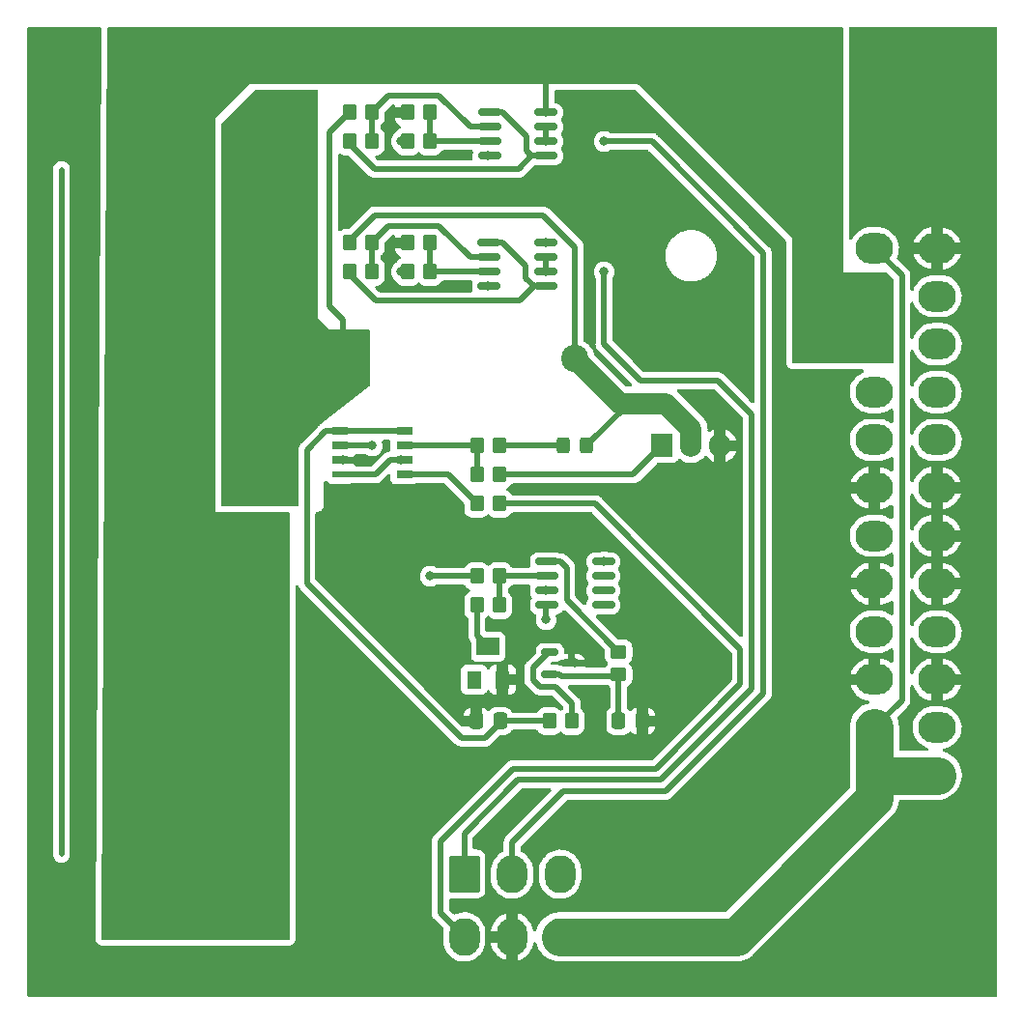
<source format=gbr>
%TF.GenerationSoftware,KiCad,Pcbnew,7.0.1*%
%TF.CreationDate,2024-01-20T22:06:59+00:00*%
%TF.ProjectId,PowerDelivery,506f7765-7244-4656-9c69-766572792e6b,rev?*%
%TF.SameCoordinates,Original*%
%TF.FileFunction,Copper,L1,Top*%
%TF.FilePolarity,Positive*%
%FSLAX46Y46*%
G04 Gerber Fmt 4.6, Leading zero omitted, Abs format (unit mm)*
G04 Created by KiCad (PCBNEW 7.0.1) date 2024-01-20 22:06:59*
%MOMM*%
%LPD*%
G01*
G04 APERTURE LIST*
G04 Aperture macros list*
%AMRoundRect*
0 Rectangle with rounded corners*
0 $1 Rounding radius*
0 $2 $3 $4 $5 $6 $7 $8 $9 X,Y pos of 4 corners*
0 Add a 4 corners polygon primitive as box body*
4,1,4,$2,$3,$4,$5,$6,$7,$8,$9,$2,$3,0*
0 Add four circle primitives for the rounded corners*
1,1,$1+$1,$2,$3*
1,1,$1+$1,$4,$5*
1,1,$1+$1,$6,$7*
1,1,$1+$1,$8,$9*
0 Add four rect primitives between the rounded corners*
20,1,$1+$1,$2,$3,$4,$5,0*
20,1,$1+$1,$4,$5,$6,$7,0*
20,1,$1+$1,$6,$7,$8,$9,0*
20,1,$1+$1,$8,$9,$2,$3,0*%
G04 Aperture macros list end*
%TA.AperFunction,SMDPad,CuDef*%
%ADD10RoundRect,0.250000X0.350000X0.450000X-0.350000X0.450000X-0.350000X-0.450000X0.350000X-0.450000X0*%
%TD*%
%TA.AperFunction,ComponentPad*%
%ADD11RoundRect,0.250001X-1.099999X-1.399999X1.099999X-1.399999X1.099999X1.399999X-1.099999X1.399999X0*%
%TD*%
%TA.AperFunction,ComponentPad*%
%ADD12O,2.700000X3.300000*%
%TD*%
%TA.AperFunction,ComponentPad*%
%ADD13C,2.800000*%
%TD*%
%TA.AperFunction,SMDPad,CuDef*%
%ADD14RoundRect,0.150000X-0.825000X-0.150000X0.825000X-0.150000X0.825000X0.150000X-0.825000X0.150000X0*%
%TD*%
%TA.AperFunction,SMDPad,CuDef*%
%ADD15RoundRect,0.250000X0.325000X0.450000X-0.325000X0.450000X-0.325000X-0.450000X0.325000X-0.450000X0*%
%TD*%
%TA.AperFunction,ComponentPad*%
%ADD16C,2.400000*%
%TD*%
%TA.AperFunction,SMDPad,CuDef*%
%ADD17RoundRect,0.250000X-0.350000X-0.450000X0.350000X-0.450000X0.350000X0.450000X-0.350000X0.450000X0*%
%TD*%
%TA.AperFunction,SMDPad,CuDef*%
%ADD18R,1.450000X0.650000*%
%TD*%
%TA.AperFunction,SMDPad,CuDef*%
%ADD19R,1.450000X0.600000*%
%TD*%
%TA.AperFunction,SMDPad,CuDef*%
%ADD20R,1.300000X1.600000*%
%TD*%
%TA.AperFunction,SMDPad,CuDef*%
%ADD21R,2.000000X1.600000*%
%TD*%
%TA.AperFunction,SMDPad,CuDef*%
%ADD22RoundRect,0.150000X-0.587500X-0.150000X0.587500X-0.150000X0.587500X0.150000X-0.587500X0.150000X0*%
%TD*%
%TA.AperFunction,SMDPad,CuDef*%
%ADD23RoundRect,0.250000X0.337500X0.475000X-0.337500X0.475000X-0.337500X-0.475000X0.337500X-0.475000X0*%
%TD*%
%TA.AperFunction,SMDPad,CuDef*%
%ADD24RoundRect,0.250000X-0.337500X-0.475000X0.337500X-0.475000X0.337500X0.475000X-0.337500X0.475000X0*%
%TD*%
%TA.AperFunction,ComponentPad*%
%ADD25RoundRect,0.250001X1.399999X-1.099999X1.399999X1.099999X-1.399999X1.099999X-1.399999X-1.099999X0*%
%TD*%
%TA.AperFunction,ComponentPad*%
%ADD26O,3.300000X2.700000*%
%TD*%
%TA.AperFunction,ComponentPad*%
%ADD27R,1.905000X2.000000*%
%TD*%
%TA.AperFunction,ComponentPad*%
%ADD28O,1.905000X2.000000*%
%TD*%
%TA.AperFunction,SMDPad,CuDef*%
%ADD29RoundRect,0.250000X-0.450000X0.350000X-0.450000X-0.350000X0.450000X-0.350000X0.450000X0.350000X0*%
%TD*%
%TA.AperFunction,ViaPad*%
%ADD30C,0.800000*%
%TD*%
%TA.AperFunction,ViaPad*%
%ADD31C,5.000000*%
%TD*%
%TA.AperFunction,Conductor*%
%ADD32C,0.500000*%
%TD*%
%TA.AperFunction,Conductor*%
%ADD33C,3.300000*%
%TD*%
%TA.AperFunction,Conductor*%
%ADD34C,1.900000*%
%TD*%
G04 APERTURE END LIST*
D10*
%TO.P,R10,1*%
%TO.N,Net-(D1-A)*%
X153400000Y-92710000D03*
%TO.P,R10,2*%
%TO.N,Net-(U3-OUTA)*%
X151400000Y-92710000D03*
%TD*%
D11*
%TO.P,J1,1,Pin_1*%
%TO.N,current_sense_out*%
X150300000Y-130250000D03*
D12*
%TO.P,J1,2,Pin_2*%
%TO.N,voltage_sense_out*%
X154500000Y-130250000D03*
%TO.P,J1,3,Pin_3*%
%TO.N,mc_trigger*%
X158700000Y-130250000D03*
%TO.P,J1,4,Pin_4*%
%TO.N,fault_signal*%
X150300000Y-135750000D03*
%TO.P,J1,5,Pin_5*%
%TO.N,GND*%
X154500000Y-135750000D03*
%TO.P,J1,6,Pin_6*%
%TO.N,+3.3V*%
X158700000Y-135750000D03*
%TD*%
D13*
%TO.P,J3,1,Pin_1*%
%TO.N,load*%
X132305000Y-65345000D03*
%TO.P,J3,2,Pin_2*%
X132305000Y-74845000D03*
%TO.P,J3,3,Pin_3*%
X132305000Y-84345000D03*
%TO.P,J3,4,Pin_4*%
X132305000Y-93845000D03*
%TO.P,J3,5,Pin_5*%
%TO.N,+12V*%
X132305000Y-103345000D03*
%TO.P,J3,6,Pin_6*%
X132305000Y-112845000D03*
%TO.P,J3,7,Pin_7*%
X132305000Y-122345000D03*
%TO.P,J3,8,Pin_8*%
X132305000Y-131845000D03*
%TD*%
D14*
%TO.P,U1,1*%
%TO.N,Net-(U1B-+)*%
X152530000Y-63500000D03*
%TO.P,U1,2,-*%
%TO.N,Net-(U1A--)*%
X152530000Y-64770000D03*
%TO.P,U1,3,+*%
%TO.N,Net-(U1A-+)*%
X152530000Y-66040000D03*
%TO.P,U1,4,V-*%
%TO.N,-12V*%
X152530000Y-67310000D03*
%TO.P,U1,5,+*%
%TO.N,Net-(U1B-+)*%
X157480000Y-67310000D03*
%TO.P,U1,6,-*%
%TO.N,voltage_sense_out*%
X157480000Y-66040000D03*
%TO.P,U1,7*%
X157480000Y-64770000D03*
%TO.P,U1,8,V+*%
%TO.N,+12V*%
X157480000Y-63500000D03*
%TD*%
D15*
%TO.P,D1,1,K*%
%TO.N,Net-(D1-K)*%
X161045000Y-92710000D03*
%TO.P,D1,2,A*%
%TO.N,Net-(D1-A)*%
X158995000Y-92710000D03*
%TD*%
D16*
%TO.P,R6,1*%
%TO.N,load*%
X139700000Y-85090000D03*
%TO.P,R6,2*%
%TO.N,Net-(D1-K)*%
X160020000Y-85090000D03*
%TD*%
D17*
%TO.P,R4,1*%
%TO.N,load*%
X145320000Y-77470000D03*
%TO.P,R4,2*%
%TO.N,Net-(U2A-+)*%
X147320000Y-77470000D03*
%TD*%
D18*
%TO.P,U3,1,ENA*%
%TO.N,Net-(U3-ENA)*%
X139415000Y-91440000D03*
%TO.P,U3,2,INA*%
%TO.N,mc_trigger*%
X139415000Y-92710000D03*
%TO.P,U3,3,GND*%
%TO.N,GND*%
X139415000Y-93980000D03*
D19*
%TO.P,U3,4,INB*%
%TO.N,+12V*%
X139415000Y-95250000D03*
D18*
%TO.P,U3,5,OUTB*%
%TO.N,Net-(U3-OUTB)*%
X145065000Y-95250000D03*
%TO.P,U3,6,VDD*%
%TO.N,+12V*%
X145065000Y-93980000D03*
%TO.P,U3,7,OUTA*%
%TO.N,Net-(U3-OUTA)*%
X145065000Y-92710000D03*
%TO.P,U3,8,ENB*%
%TO.N,Net-(U3-ENA)*%
X145065000Y-91440000D03*
%TD*%
D20*
%TO.P,RV1,1,1*%
%TO.N,unconnected-(RV1-Pad1)*%
X151150000Y-113210000D03*
D21*
%TO.P,RV1,2,2*%
%TO.N,Net-(R14-Pad2)*%
X152400000Y-110310000D03*
D20*
%TO.P,RV1,3,3*%
%TO.N,GND*%
X153650000Y-113210000D03*
%TD*%
D22*
%TO.P,Q1,1,C*%
%TO.N,Net-(Q1-C)*%
X157812500Y-110810000D03*
%TO.P,Q1,2,B*%
%TO.N,Net-(Q1-B)*%
X157812500Y-112710000D03*
%TO.P,Q1,3,E*%
%TO.N,GND*%
X159687500Y-111760000D03*
%TD*%
D10*
%TO.P,R16,1*%
%TO.N,Net-(Q1-C)*%
X159750000Y-116840000D03*
%TO.P,R16,2*%
%TO.N,Net-(U3-ENA)*%
X157750000Y-116840000D03*
%TD*%
D23*
%TO.P,C1,1*%
%TO.N,Net-(U3-ENA)*%
X153437500Y-116840000D03*
%TO.P,C1,2*%
%TO.N,GND*%
X151362500Y-116840000D03*
%TD*%
D10*
%TO.P,R8,1*%
%TO.N,Net-(U1A--)*%
X142240000Y-66040000D03*
%TO.P,R8,2*%
%TO.N,Net-(U1B-+)*%
X140240000Y-66040000D03*
%TD*%
D24*
%TO.P,C2,1*%
%TO.N,Net-(Q1-B)*%
X163830000Y-116840000D03*
%TO.P,C2,2*%
%TO.N,GND*%
X165905000Y-116840000D03*
%TD*%
D14*
%TO.P,U5,1*%
%TO.N,Net-(R15-Pad1)*%
X157545000Y-102870000D03*
%TO.P,U5,2,-*%
%TO.N,Net-(U5A--)*%
X157545000Y-104140000D03*
%TO.P,U5,3,+*%
%TO.N,Net-(D1-A)*%
X157545000Y-105410000D03*
%TO.P,U5,4,V-*%
%TO.N,-12V*%
X157545000Y-106680000D03*
%TO.P,U5,5,+*%
%TO.N,unconnected-(U5B-+-Pad5)*%
X162495000Y-106680000D03*
%TO.P,U5,6,-*%
%TO.N,unconnected-(U5B---Pad6)*%
X162495000Y-105410000D03*
%TO.P,U5,7*%
%TO.N,unconnected-(U5-Pad7)*%
X162495000Y-104140000D03*
%TO.P,U5,8,V+*%
%TO.N,+12V*%
X162495000Y-102870000D03*
%TD*%
D10*
%TO.P,R14,1*%
%TO.N,Net-(U5A--)*%
X153400000Y-106680000D03*
%TO.P,R14,2*%
%TO.N,Net-(R14-Pad2)*%
X151400000Y-106680000D03*
%TD*%
D25*
%TO.P,J2,1,Pin_1*%
%TO.N,+3.3V*%
X186250000Y-121600000D03*
D26*
%TO.P,J2,2,Pin_2*%
X186250000Y-117400000D03*
%TO.P,J2,3,Pin_3*%
%TO.N,GND*%
X186250000Y-113200000D03*
%TO.P,J2,4,Pin_4*%
%TO.N,unconnected-(J2-Pin_4-Pad4)*%
X186250000Y-109000000D03*
%TO.P,J2,5,Pin_5*%
%TO.N,GND*%
X186250000Y-104800000D03*
%TO.P,J2,6,Pin_6*%
%TO.N,unconnected-(J2-Pin_6-Pad6)*%
X186250000Y-100600000D03*
%TO.P,J2,7,Pin_7*%
%TO.N,GND*%
X186250000Y-96400000D03*
%TO.P,J2,8,Pin_8*%
%TO.N,unconnected-(J2-Pin_8-Pad8)*%
X186250000Y-92200000D03*
%TO.P,J2,9,Pin_9*%
%TO.N,unconnected-(J2-Pin_9-Pad9)*%
X186250000Y-88000000D03*
%TO.P,J2,10,Pin_10*%
%TO.N,+12V*%
X186250000Y-83800000D03*
%TO.P,J2,11,Pin_11*%
X186250000Y-79600000D03*
%TO.P,J2,12,Pin_12*%
%TO.N,+3.3V*%
X186250000Y-75400000D03*
%TO.P,J2,13,Pin_13*%
X191750000Y-121600000D03*
%TO.P,J2,14,Pin_14*%
%TO.N,-12V*%
X191750000Y-117400000D03*
%TO.P,J2,15,Pin_15*%
%TO.N,GND*%
X191750000Y-113200000D03*
%TO.P,J2,16,Pin_16*%
%TO.N,unconnected-(J2-Pin_16-Pad16)*%
X191750000Y-109000000D03*
%TO.P,J2,17,Pin_17*%
%TO.N,GND*%
X191750000Y-104800000D03*
%TO.P,J2,18,Pin_18*%
X191750000Y-100600000D03*
%TO.P,J2,19,Pin_19*%
X191750000Y-96400000D03*
%TO.P,J2,20,Pin_20*%
%TO.N,unconnected-(J2-Pin_20-Pad20)*%
X191750000Y-92200000D03*
%TO.P,J2,21,Pin_21*%
%TO.N,unconnected-(J2-Pin_21-Pad21)*%
X191750000Y-88000000D03*
%TO.P,J2,22,Pin_22*%
%TO.N,unconnected-(J2-Pin_22-Pad22)*%
X191750000Y-83800000D03*
%TO.P,J2,23,Pin_23*%
%TO.N,unconnected-(J2-Pin_23-Pad23)*%
X191750000Y-79600000D03*
%TO.P,J2,24,Pin_24*%
%TO.N,GND*%
X191750000Y-75400000D03*
%TD*%
D10*
%TO.P,R9,1*%
%TO.N,Net-(U2A--)*%
X142240000Y-77470000D03*
%TO.P,R9,2*%
%TO.N,Net-(U2B-+)*%
X140240000Y-77470000D03*
%TD*%
D17*
%TO.P,R3,1*%
%TO.N,+12V*%
X145320000Y-66040000D03*
%TO.P,R3,2*%
%TO.N,Net-(U1A-+)*%
X147320000Y-66040000D03*
%TD*%
D27*
%TO.P,U4,1,GATE*%
%TO.N,Net-(U4-GATE)*%
X167640000Y-92710000D03*
D28*
%TO.P,U4,2,DRAIN*%
%TO.N,Net-(D1-K)*%
X170180000Y-92710000D03*
%TO.P,U4,3,SOURCE*%
%TO.N,GND*%
X172720000Y-92710000D03*
%TD*%
D14*
%TO.P,U2,1*%
%TO.N,Net-(U2B-+)*%
X152465000Y-74930000D03*
%TO.P,U2,2,-*%
%TO.N,Net-(U2A--)*%
X152465000Y-76200000D03*
%TO.P,U2,3,+*%
%TO.N,Net-(U2A-+)*%
X152465000Y-77470000D03*
%TO.P,U2,4,V-*%
%TO.N,-12V*%
X152465000Y-78740000D03*
%TO.P,U2,5,+*%
%TO.N,Net-(U2B-+)*%
X157415000Y-78740000D03*
%TO.P,U2,6,-*%
%TO.N,current_sense_out*%
X157415000Y-77470000D03*
%TO.P,U2,7*%
X157415000Y-76200000D03*
%TO.P,U2,8,V+*%
%TO.N,+12V*%
X157415000Y-74930000D03*
%TD*%
D17*
%TO.P,R12,1*%
%TO.N,Net-(U3-OUTB)*%
X151400000Y-97790000D03*
%TO.P,R12,2*%
%TO.N,fault_signal*%
X153400000Y-97790000D03*
%TD*%
%TO.P,R2,1*%
%TO.N,GND*%
X145320000Y-74930000D03*
%TO.P,R2,2*%
%TO.N,Net-(U2A-+)*%
X147320000Y-74930000D03*
%TD*%
D10*
%TO.P,R11,1*%
%TO.N,Net-(U4-GATE)*%
X153400000Y-95250000D03*
%TO.P,R11,2*%
%TO.N,Net-(U3-OUTA)*%
X151400000Y-95250000D03*
%TD*%
D17*
%TO.P,R13,1*%
%TO.N,+12V*%
X151400000Y-104140000D03*
%TO.P,R13,2*%
%TO.N,Net-(U5A--)*%
X153400000Y-104140000D03*
%TD*%
D29*
%TO.P,R15,1*%
%TO.N,Net-(R15-Pad1)*%
X163830000Y-110760000D03*
%TO.P,R15,2*%
%TO.N,Net-(Q1-B)*%
X163830000Y-112760000D03*
%TD*%
D17*
%TO.P,R1,1*%
%TO.N,GND*%
X145320000Y-63500000D03*
%TO.P,R1,2*%
%TO.N,Net-(U1A-+)*%
X147320000Y-63500000D03*
%TD*%
%TO.P,R5,1*%
%TO.N,load*%
X140240000Y-63500000D03*
%TO.P,R5,2*%
%TO.N,Net-(U1A--)*%
X142240000Y-63500000D03*
%TD*%
%TO.P,R7,1*%
%TO.N,Net-(D1-K)*%
X140240000Y-74930000D03*
%TO.P,R7,2*%
%TO.N,Net-(U2A--)*%
X142240000Y-74930000D03*
%TD*%
D30*
%TO.N,GND*%
X168910000Y-82550000D03*
X166370000Y-85090000D03*
X171450000Y-85090000D03*
X139700000Y-93980000D03*
X171450000Y-82550000D03*
X173990000Y-74930000D03*
X173990000Y-82550000D03*
X173990000Y-80010000D03*
D31*
X115500000Y-137500000D03*
D30*
X153650000Y-113210000D03*
X173990000Y-85090000D03*
X168910000Y-80010000D03*
X173990000Y-77470000D03*
X168910000Y-85090000D03*
X166370000Y-116840000D03*
X151130000Y-116840000D03*
X171450000Y-80010000D03*
X166370000Y-80010000D03*
X166370000Y-82550000D03*
X144780000Y-63500000D03*
X160020000Y-111760000D03*
X166370000Y-74930000D03*
D31*
X193500000Y-59500000D03*
D30*
X166370000Y-77470000D03*
D31*
X193500000Y-137500000D03*
D30*
X144780000Y-74930000D03*
D31*
X115500000Y-59500000D03*
D30*
%TO.N,Net-(D1-A)*%
X158750000Y-92710000D03*
X157480000Y-105410000D03*
%TO.N,current_sense_out*%
X157480000Y-77470000D03*
X162560000Y-77470000D03*
%TO.N,voltage_sense_out*%
X157480000Y-66040000D03*
X162560000Y-66040000D03*
%TO.N,mc_trigger*%
X142240000Y-92710000D03*
%TO.N,+12V*%
X157480000Y-63500000D03*
X147320000Y-104140000D03*
X144780000Y-93980000D03*
X162560000Y-102870000D03*
X144780000Y-66040000D03*
X157480000Y-74930000D03*
%TO.N,-12V*%
X152400000Y-78740000D03*
X157480000Y-107950000D03*
X152400000Y-67310000D03*
%TO.N,load*%
X144780000Y-77470000D03*
%TD*%
D32*
%TO.N,Net-(U3-ENA)*%
X136500000Y-93075000D02*
X138135000Y-91440000D01*
X150065000Y-118315000D02*
X136500000Y-104750000D01*
X152114214Y-118315000D02*
X150065000Y-118315000D01*
X136500000Y-104750000D02*
X136500000Y-93075000D01*
X153437500Y-116991714D02*
X152114214Y-118315000D01*
X153437500Y-116840000D02*
X153437500Y-116991714D01*
X138135000Y-91440000D02*
X139415000Y-91440000D01*
%TO.N,Net-(D1-K)*%
X161045000Y-92710000D02*
X164755000Y-89000000D01*
%TO.N,load*%
X139700000Y-85090000D02*
X139700000Y-81700000D01*
X139700000Y-81700000D02*
X138500000Y-80500000D01*
X138500000Y-65240000D02*
X140240000Y-63500000D01*
X138500000Y-80500000D02*
X138500000Y-65240000D01*
D33*
%TO.N,+12V*%
X132305000Y-103345000D02*
X132305000Y-112845000D01*
X132305000Y-112845000D02*
X132305000Y-122345000D01*
X132305000Y-122345000D02*
X132305000Y-131845000D01*
D34*
%TO.N,Net-(D1-K)*%
X170180000Y-91210000D02*
X170180000Y-92710000D01*
X163930000Y-89000000D02*
X167970000Y-89000000D01*
X160020000Y-85090000D02*
X163930000Y-89000000D01*
X167970000Y-89000000D02*
X170180000Y-91210000D01*
D32*
%TO.N,current_sense_out*%
X150300000Y-126700000D02*
X150300000Y-130250000D01*
X155000000Y-122000000D02*
X150300000Y-126700000D01*
X175500000Y-114000000D02*
X167500000Y-122000000D01*
X162560000Y-83820000D02*
X165740000Y-87000000D01*
X165740000Y-87000000D02*
X172500000Y-87000000D01*
X172500000Y-87000000D02*
X175500000Y-90000000D01*
X175500000Y-90000000D02*
X175500000Y-114000000D01*
X167500000Y-122000000D02*
X155000000Y-122000000D01*
X162560000Y-77470000D02*
X162560000Y-83820000D01*
%TO.N,*%
X115000000Y-68500000D02*
X115000000Y-128500000D01*
%TO.N,Net-(Q1-B)*%
X163830000Y-112760000D02*
X163680000Y-112910000D01*
X158627208Y-112710000D02*
X157812500Y-112710000D01*
X163830000Y-112760000D02*
X163830000Y-116840000D01*
X163680000Y-112910000D02*
X158827208Y-112910000D01*
X158827208Y-112910000D02*
X158627208Y-112710000D01*
%TO.N,Net-(D1-K)*%
X140240000Y-74715786D02*
X142475786Y-72480000D01*
X142475786Y-72480000D02*
X157212792Y-72480000D01*
X160020000Y-75287208D02*
X160020000Y-85090000D01*
X157212792Y-72480000D02*
X160020000Y-75287208D01*
X140240000Y-74930000D02*
X140240000Y-74715786D01*
%TO.N,Net-(D1-A)*%
X153400000Y-92710000D02*
X158750000Y-92710000D01*
X158750000Y-92710000D02*
X158995000Y-92710000D01*
%TO.N,current_sense_out*%
X157415000Y-76200000D02*
X157480000Y-77470000D01*
X157480000Y-77470000D02*
X157415000Y-77470000D01*
%TO.N,voltage_sense_out*%
X176500000Y-75813654D02*
X166726346Y-66040000D01*
X154500000Y-127464214D02*
X158964214Y-123000000D01*
X176500000Y-114414214D02*
X176500000Y-75813654D01*
X166726346Y-66040000D02*
X162560000Y-66040000D01*
X157480000Y-66040000D02*
X157480000Y-64770000D01*
X158964214Y-123000000D02*
X167914214Y-123000000D01*
X167914214Y-123000000D02*
X176500000Y-114414214D01*
X154500000Y-130250000D02*
X154500000Y-127464214D01*
%TO.N,mc_trigger*%
X139415000Y-92710000D02*
X142240000Y-92710000D01*
%TO.N,fault_signal*%
X174500000Y-113585786D02*
X167085786Y-121000000D01*
X148200000Y-133650000D02*
X150300000Y-135750000D01*
X148200000Y-127385786D02*
X148200000Y-133650000D01*
X161790000Y-97790000D02*
X174500000Y-110500000D01*
X154585786Y-121000000D02*
X148200000Y-127385786D01*
X153400000Y-97790000D02*
X161790000Y-97790000D01*
X167085786Y-121000000D02*
X154585786Y-121000000D01*
X174500000Y-110500000D02*
X174500000Y-113585786D01*
D33*
%TO.N,+3.3V*%
X158700000Y-135750000D02*
X174100000Y-135750000D01*
X186250000Y-121600000D02*
X186250000Y-123600000D01*
D32*
X188650000Y-77800000D02*
X188650000Y-115000000D01*
D33*
X186250000Y-121600000D02*
X191750000Y-121600000D01*
D32*
X188650000Y-115000000D02*
X186250000Y-117400000D01*
D33*
X186250000Y-117400000D02*
X186250000Y-121600000D01*
D32*
X186250000Y-75400000D02*
X188650000Y-77800000D01*
D33*
X186250000Y-123600000D02*
X174100000Y-135750000D01*
D32*
%TO.N,+12V*%
X143785000Y-93980000D02*
X144780000Y-93980000D01*
X144780000Y-93980000D02*
X145065000Y-93980000D01*
X139415000Y-95250000D02*
X142515000Y-95250000D01*
X157480000Y-63500000D02*
X157480000Y-59690000D01*
X142515000Y-95250000D02*
X143785000Y-93980000D01*
X147320000Y-104140000D02*
X151400000Y-104140000D01*
%TO.N,-12V*%
X157480000Y-107950000D02*
X157480000Y-106745000D01*
X157480000Y-106745000D02*
X157545000Y-106680000D01*
%TO.N,Net-(Q1-C)*%
X156325000Y-113232792D02*
X156325000Y-112187208D01*
X159750000Y-115300000D02*
X159750000Y-116840000D01*
X156902209Y-113810001D02*
X156325000Y-113232792D01*
X158260001Y-113810001D02*
X156902209Y-113810001D01*
X158260001Y-113810001D02*
X159750000Y-115300000D01*
X156325000Y-112187208D02*
X157702208Y-110810000D01*
X157702208Y-110810000D02*
X157812500Y-110810000D01*
%TO.N,Net-(U5A--)*%
X153400000Y-104140000D02*
X157545000Y-104140000D01*
X153400000Y-106680000D02*
X153400000Y-104140000D01*
%TO.N,Net-(U3-ENA)*%
X157750000Y-116840000D02*
X153437500Y-116840000D01*
X145065000Y-91440000D02*
X139415000Y-91440000D01*
%TO.N,Net-(U1A-+)*%
X147320000Y-63500000D02*
X147320000Y-66040000D01*
X147320000Y-66040000D02*
X152530000Y-66040000D01*
%TO.N,Net-(U2A-+)*%
X147320000Y-74930000D02*
X147320000Y-77470000D01*
X147320000Y-77470000D02*
X152465000Y-77470000D01*
%TO.N,Net-(U1A--)*%
X150804214Y-64770000D02*
X148084214Y-62050000D01*
X142240000Y-66040000D02*
X142240000Y-63500000D01*
X152530000Y-64770000D02*
X150804214Y-64770000D01*
X148084214Y-62050000D02*
X143690000Y-62050000D01*
X143690000Y-62050000D02*
X142240000Y-63500000D01*
%TO.N,Net-(U2A--)*%
X150804214Y-76200000D02*
X148084214Y-73480000D01*
X152465000Y-76200000D02*
X150804214Y-76200000D01*
X142240000Y-77470000D02*
X142240000Y-74930000D01*
X143690000Y-73480000D02*
X142240000Y-74930000D01*
X148084214Y-73480000D02*
X143690000Y-73480000D01*
%TO.N,Net-(U1B-+)*%
X140240000Y-66254214D02*
X140240000Y-66040000D01*
X152530000Y-63500000D02*
X153670000Y-63500000D01*
X155060000Y-68460000D02*
X142445786Y-68460000D01*
X156210000Y-67310000D02*
X157480000Y-67310000D01*
X142445786Y-68460000D02*
X140240000Y-66254214D01*
X153670000Y-63500000D02*
X155755000Y-65585000D01*
X155755000Y-66855000D02*
X156210000Y-67310000D01*
X156210000Y-67310000D02*
X155060000Y-68460000D01*
X155755000Y-65585000D02*
X155755000Y-66855000D01*
%TO.N,Net-(U2B-+)*%
X140240000Y-77684214D02*
X142565786Y-80010000D01*
X140240000Y-77470000D02*
X140240000Y-77684214D01*
X152465000Y-74930000D02*
X153670000Y-74930000D01*
X142565786Y-80010000D02*
X155167208Y-80010000D01*
X155690000Y-77992792D02*
X156437208Y-78740000D01*
X155690000Y-76950000D02*
X155690000Y-77992792D01*
X153670000Y-74930000D02*
X155690000Y-76950000D01*
X155167208Y-80010000D02*
X156437208Y-78740000D01*
X156437208Y-78740000D02*
X157415000Y-78740000D01*
%TO.N,Net-(U3-OUTA)*%
X151400000Y-92710000D02*
X145065000Y-92710000D01*
X151400000Y-95250000D02*
X151400000Y-92710000D01*
%TO.N,Net-(U4-GATE)*%
X165100000Y-95250000D02*
X167640000Y-92710000D01*
X153400000Y-95250000D02*
X165100000Y-95250000D01*
%TO.N,Net-(U3-OUTB)*%
X145065000Y-95250000D02*
X148860000Y-95250000D01*
X148860000Y-95250000D02*
X151400000Y-97790000D01*
%TO.N,Net-(R14-Pad2)*%
X151400000Y-106680000D02*
X151400000Y-109310000D01*
X151400000Y-109310000D02*
X152400000Y-110310000D01*
%TO.N,Net-(R15-Pad1)*%
X159270000Y-103390000D02*
X158750000Y-102870000D01*
X159270000Y-106200000D02*
X159270000Y-103390000D01*
X163830000Y-110760000D02*
X159270000Y-106200000D01*
X158750000Y-102870000D02*
X157545000Y-102870000D01*
%TD*%
%TA.AperFunction,Conductor*%
%TO.N,GND*%
G36*
X172185223Y-87759939D02*
G01*
X172225451Y-87786819D01*
X173338632Y-88900000D01*
X169921317Y-88900000D01*
X169064782Y-88043465D01*
X169054610Y-88031947D01*
X169040825Y-88014236D01*
X168988133Y-87965730D01*
X168955516Y-87916696D01*
X168949199Y-87858145D01*
X168970607Y-87803283D01*
X169014910Y-87764484D01*
X169072116Y-87750500D01*
X172137770Y-87750500D01*
X172185223Y-87759939D01*
G37*
%TD.AperFunction*%
%TA.AperFunction,Conductor*%
G36*
X175260000Y-75635022D02*
G01*
X175260000Y-88698632D01*
X173075728Y-86514360D01*
X173063946Y-86500727D01*
X173049609Y-86481469D01*
X173011666Y-86449631D01*
X173003691Y-86442323D01*
X172999782Y-86438414D01*
X172999777Y-86438409D01*
X172975423Y-86419152D01*
X172972647Y-86416890D01*
X172914251Y-86367890D01*
X172897821Y-86357422D01*
X172828691Y-86325186D01*
X172825447Y-86323615D01*
X172757306Y-86289394D01*
X172738903Y-86282997D01*
X172664211Y-86267574D01*
X172660692Y-86266794D01*
X172586490Y-86249208D01*
X172567121Y-86247229D01*
X172490869Y-86249448D01*
X172487263Y-86249500D01*
X166102230Y-86249500D01*
X166054777Y-86240061D01*
X166014549Y-86213181D01*
X165100000Y-85298632D01*
X165100000Y-76049999D01*
X167924671Y-76049999D01*
X167926635Y-76079969D01*
X167926831Y-76092218D01*
X167925723Y-76125372D01*
X167936664Y-76234136D01*
X167937021Y-76238436D01*
X167943965Y-76344381D01*
X167950469Y-76377083D01*
X167952228Y-76388852D01*
X167955882Y-76425164D01*
X167980457Y-76528287D01*
X167981452Y-76532841D01*
X168001518Y-76633719D01*
X168013301Y-76668433D01*
X168016502Y-76679539D01*
X168025731Y-76718261D01*
X168036712Y-76746772D01*
X168062644Y-76814106D01*
X168064346Y-76818806D01*
X168096347Y-76913075D01*
X168096349Y-76913079D01*
X168114022Y-76948917D01*
X168118522Y-76959190D01*
X168134022Y-76999432D01*
X168181787Y-77086594D01*
X168184249Y-77091325D01*
X168226828Y-77177665D01*
X168226829Y-77177667D01*
X168226830Y-77177668D01*
X168250870Y-77213648D01*
X168256506Y-77222941D01*
X168278823Y-77263662D01*
X168335826Y-77341028D01*
X168339099Y-77345691D01*
X168390726Y-77422956D01*
X168421445Y-77457985D01*
X168428044Y-77466188D01*
X168457552Y-77506237D01*
X168522064Y-77572942D01*
X168526156Y-77577385D01*
X168585242Y-77644758D01*
X168622756Y-77677657D01*
X168630128Y-77684679D01*
X168667018Y-77722822D01*
X168667020Y-77722824D01*
X168737241Y-77778276D01*
X168742148Y-77782360D01*
X168807043Y-77839273D01*
X168851290Y-77868838D01*
X168859247Y-77874624D01*
X168903485Y-77909558D01*
X168977610Y-77953462D01*
X168983308Y-77957050D01*
X169038092Y-77993655D01*
X169052335Y-78003172D01*
X169103051Y-78028182D01*
X169111381Y-78032695D01*
X169162730Y-78063109D01*
X169188750Y-78074142D01*
X169239009Y-78095455D01*
X169245437Y-78098399D01*
X169316923Y-78133652D01*
X169373611Y-78152895D01*
X169382134Y-78156144D01*
X169440128Y-78180736D01*
X169513156Y-78200740D01*
X169516832Y-78201747D01*
X169523916Y-78203916D01*
X169596278Y-78228481D01*
X169658232Y-78240804D01*
X169666786Y-78242824D01*
X169730729Y-78260340D01*
X169806297Y-78270502D01*
X169813939Y-78271775D01*
X169885620Y-78286034D01*
X169951972Y-78290382D01*
X169960342Y-78291219D01*
X170020823Y-78299353D01*
X170029346Y-78300500D01*
X170029347Y-78300500D01*
X170102273Y-78300500D01*
X170110382Y-78300765D01*
X170180000Y-78305329D01*
X170249617Y-78300765D01*
X170252858Y-78300659D01*
X170255233Y-78300500D01*
X170255244Y-78300500D01*
X170328670Y-78295584D01*
X170328843Y-78295609D01*
X170328841Y-78295574D01*
X170449742Y-78287648D01*
X170474380Y-78286034D01*
X170474381Y-78286033D01*
X170479091Y-78285725D01*
X170480629Y-78285412D01*
X170480634Y-78285412D01*
X170623658Y-78256341D01*
X170763722Y-78228481D01*
X170763727Y-78228479D01*
X170766644Y-78227899D01*
X170775879Y-78225403D01*
X170775893Y-78225397D01*
X170775903Y-78225396D01*
X170910580Y-78178630D01*
X170911251Y-78178401D01*
X170982076Y-78154359D01*
X171043077Y-78133652D01*
X171043219Y-78133581D01*
X171057412Y-78127644D01*
X171060537Y-78126560D01*
X171184815Y-78063758D01*
X171185645Y-78063344D01*
X171307665Y-78003172D01*
X171310567Y-78001232D01*
X171323530Y-77993663D01*
X171329459Y-77990668D01*
X171441531Y-77913734D01*
X171442650Y-77912977D01*
X171552957Y-77839273D01*
X171558069Y-77834788D01*
X171569660Y-77825778D01*
X171577869Y-77820144D01*
X171676204Y-77731203D01*
X171677489Y-77730059D01*
X171774758Y-77644758D01*
X171781434Y-77637144D01*
X171791493Y-77626931D01*
X171801333Y-77618032D01*
X171884806Y-77519298D01*
X171886039Y-77517864D01*
X171969273Y-77422957D01*
X171976748Y-77411768D01*
X171985144Y-77400618D01*
X171995865Y-77387939D01*
X172063612Y-77281814D01*
X172064944Y-77279774D01*
X172133172Y-77177665D01*
X172140589Y-77162622D01*
X172147284Y-77150744D01*
X172157991Y-77133973D01*
X172157990Y-77133973D01*
X172157993Y-77133970D01*
X172209611Y-77022733D01*
X172210806Y-77020236D01*
X172263652Y-76913077D01*
X172270108Y-76894056D01*
X172275047Y-76881724D01*
X172284823Y-76860658D01*
X172320155Y-76746754D01*
X172321164Y-76743651D01*
X172329783Y-76718261D01*
X172358481Y-76633722D01*
X172363046Y-76610768D01*
X172366228Y-76598229D01*
X172374093Y-76572879D01*
X172393383Y-76458516D01*
X172394023Y-76455033D01*
X172416034Y-76344380D01*
X172417781Y-76317708D01*
X172419240Y-76305222D01*
X172424209Y-76275770D01*
X172427973Y-76163173D01*
X172428169Y-76159227D01*
X172430389Y-76125369D01*
X172435329Y-76050000D01*
X172433363Y-76020022D01*
X172433167Y-76007803D01*
X172434277Y-75974631D01*
X172423336Y-75865880D01*
X172422980Y-75861584D01*
X172416034Y-75755624D01*
X172416034Y-75755623D01*
X172416034Y-75755620D01*
X172409528Y-75722912D01*
X172407770Y-75711143D01*
X172404118Y-75674842D01*
X172404118Y-75674838D01*
X172379532Y-75571675D01*
X172378556Y-75567210D01*
X172358481Y-75466278D01*
X172346695Y-75431559D01*
X172343496Y-75420456D01*
X172334269Y-75381739D01*
X172323283Y-75353215D01*
X172297351Y-75285884D01*
X172295655Y-75281200D01*
X172270109Y-75205944D01*
X172263652Y-75186923D01*
X172245969Y-75151065D01*
X172241476Y-75140808D01*
X172225977Y-75100566D01*
X172178196Y-75013378D01*
X172175747Y-75008671D01*
X172133172Y-74922336D01*
X172109120Y-74886341D01*
X172103503Y-74877081D01*
X172081175Y-74836335D01*
X172024169Y-74758966D01*
X172020897Y-74754304D01*
X171969273Y-74677043D01*
X171938553Y-74642013D01*
X171931953Y-74633809D01*
X171902445Y-74593761D01*
X171837934Y-74527056D01*
X171833842Y-74522613D01*
X171790378Y-74473053D01*
X171774758Y-74455242D01*
X171750403Y-74433883D01*
X171737236Y-74422335D01*
X171729865Y-74415314D01*
X171692980Y-74377176D01*
X171622768Y-74321731D01*
X171617857Y-74317643D01*
X171563600Y-74270061D01*
X171552957Y-74260727D01*
X171552953Y-74260724D01*
X171508701Y-74231154D01*
X171500746Y-74225370D01*
X171456517Y-74190443D01*
X171382387Y-74146536D01*
X171376690Y-74142948D01*
X171307668Y-74096829D01*
X171256949Y-74071816D01*
X171248604Y-74067295D01*
X171197272Y-74036891D01*
X171136754Y-74011229D01*
X171120997Y-74004548D01*
X171114570Y-74001603D01*
X171043082Y-73966349D01*
X170986409Y-73947111D01*
X170977862Y-73943853D01*
X170919874Y-73919265D01*
X170919875Y-73919265D01*
X170919872Y-73919264D01*
X170882862Y-73909126D01*
X170843154Y-73898248D01*
X170836057Y-73896073D01*
X170763720Y-73871518D01*
X170701777Y-73859197D01*
X170693212Y-73857175D01*
X170675475Y-73852316D01*
X170629269Y-73839659D01*
X170553717Y-73829497D01*
X170546058Y-73828222D01*
X170474375Y-73813965D01*
X170408070Y-73809619D01*
X170399654Y-73808779D01*
X170330653Y-73799500D01*
X170257727Y-73799500D01*
X170249617Y-73799234D01*
X170246578Y-73799034D01*
X170180000Y-73794670D01*
X170113421Y-73799034D01*
X170110382Y-73799234D01*
X170107136Y-73799340D01*
X170031157Y-73804426D01*
X170030987Y-73804437D01*
X169880913Y-73814274D01*
X169879369Y-73814587D01*
X169879366Y-73814588D01*
X169736594Y-73843606D01*
X169736146Y-73843696D01*
X169593402Y-73872090D01*
X169584107Y-73874602D01*
X169584096Y-73874604D01*
X169449651Y-73921287D01*
X169448837Y-73921567D01*
X169316916Y-73966350D01*
X169316755Y-73966430D01*
X169302619Y-73972343D01*
X169299465Y-73973438D01*
X169175241Y-74036210D01*
X169174162Y-74036749D01*
X169052326Y-74096833D01*
X169049419Y-74098775D01*
X169036483Y-74106328D01*
X169030543Y-74109330D01*
X168918584Y-74186185D01*
X168917298Y-74187056D01*
X168807044Y-74260725D01*
X168801923Y-74265217D01*
X168790348Y-74274215D01*
X168782129Y-74279857D01*
X168683881Y-74368716D01*
X168682465Y-74369977D01*
X168585240Y-74455243D01*
X168578557Y-74462863D01*
X168568522Y-74473053D01*
X168558665Y-74481969D01*
X168475299Y-74580574D01*
X168473836Y-74582274D01*
X168390726Y-74677043D01*
X168383250Y-74688231D01*
X168374850Y-74699386D01*
X168364136Y-74712058D01*
X168296420Y-74818132D01*
X168295005Y-74820297D01*
X168226828Y-74922334D01*
X168219414Y-74937368D01*
X168212725Y-74949238D01*
X168202008Y-74966026D01*
X168150412Y-75077212D01*
X168149146Y-75079858D01*
X168096347Y-75186925D01*
X168089890Y-75205944D01*
X168084954Y-75218270D01*
X168075178Y-75239337D01*
X168060732Y-75285908D01*
X168039841Y-75353250D01*
X168038839Y-75356334D01*
X168001519Y-75466273D01*
X167996952Y-75489234D01*
X167993768Y-75501776D01*
X167985906Y-75527120D01*
X167966622Y-75641434D01*
X167965968Y-75644996D01*
X167943965Y-75755623D01*
X167942218Y-75782273D01*
X167940758Y-75794780D01*
X167935791Y-75824230D01*
X167932027Y-75936779D01*
X167931831Y-75940742D01*
X167924671Y-76049999D01*
X165100000Y-76049999D01*
X165100000Y-72390000D01*
X172014978Y-72390000D01*
X175260000Y-75635022D01*
G37*
%TD.AperFunction*%
%TA.AperFunction,Conductor*%
G36*
X175260000Y-73512286D02*
G01*
X174137714Y-72390000D01*
X175260000Y-72390000D01*
X175260000Y-73512286D01*
G37*
%TD.AperFunction*%
%TD*%
%TA.AperFunction,Conductor*%
%TO.N,GND*%
G36*
X118395624Y-56011930D02*
G01*
X118444076Y-56044467D01*
X118476313Y-56093118D01*
X118487389Y-56150420D01*
X117995279Y-135872112D01*
X118011829Y-136003560D01*
X118028186Y-136065884D01*
X118078315Y-136188507D01*
X118125151Y-136250000D01*
X118158584Y-136293896D01*
X118204004Y-136339597D01*
X118308896Y-136420514D01*
X118431209Y-136471399D01*
X118493430Y-136488140D01*
X118594099Y-136501446D01*
X118624766Y-136505500D01*
X118624768Y-136505500D01*
X134876000Y-136505500D01*
X134876001Y-136505500D01*
X134887283Y-136504014D01*
X135006834Y-136488275D01*
X135068834Y-136471662D01*
X135190750Y-136421163D01*
X135295442Y-136340829D01*
X135340829Y-136295442D01*
X135421163Y-136190750D01*
X135471662Y-136068834D01*
X135488275Y-136006834D01*
X135505500Y-135876000D01*
X135505500Y-105058115D01*
X135521674Y-104990599D01*
X135566686Y-104937742D01*
X135630762Y-104911018D01*
X135699992Y-104916230D01*
X135759346Y-104952246D01*
X135795937Y-105011246D01*
X135816206Y-105072413D01*
X135822982Y-105086409D01*
X135824762Y-105089116D01*
X135824763Y-105089117D01*
X135865794Y-105151503D01*
X135868078Y-105155088D01*
X135907288Y-105218656D01*
X135907290Y-105218658D01*
X135908995Y-105221422D01*
X135918810Y-105233470D01*
X135975443Y-105286901D01*
X135978552Y-105289920D01*
X149487985Y-118799353D01*
X149502141Y-118815734D01*
X149515389Y-118833529D01*
X149552494Y-118864664D01*
X149562077Y-118873445D01*
X149565222Y-118876590D01*
X149589263Y-118895599D01*
X149592625Y-118898338D01*
X149652275Y-118948391D01*
X149665375Y-118956736D01*
X149668322Y-118958110D01*
X149668323Y-118958111D01*
X149711591Y-118978287D01*
X149735988Y-118989664D01*
X149739889Y-118991553D01*
X149809480Y-119026503D01*
X149824143Y-119031600D01*
X149879908Y-119043113D01*
X149900469Y-119047359D01*
X149904655Y-119048287D01*
X149977279Y-119065500D01*
X149977281Y-119065500D01*
X149980445Y-119066250D01*
X149995891Y-119067828D01*
X149999141Y-119067733D01*
X149999144Y-119067734D01*
X150073752Y-119065562D01*
X150078086Y-119065500D01*
X152048687Y-119065500D01*
X152070281Y-119067072D01*
X152092237Y-119070289D01*
X152092237Y-119070288D01*
X152092238Y-119070289D01*
X152140497Y-119066067D01*
X152153483Y-119065500D01*
X152157921Y-119065500D01*
X152157923Y-119065500D01*
X152188377Y-119061939D01*
X152192624Y-119061506D01*
X152267011Y-119054999D01*
X152267014Y-119054997D01*
X152270248Y-119054715D01*
X152285405Y-119051355D01*
X152288464Y-119050241D01*
X152288469Y-119050241D01*
X152358645Y-119024698D01*
X152362695Y-119023292D01*
X152436635Y-118998791D01*
X152450615Y-118992022D01*
X152453326Y-118990238D01*
X152453331Y-118990237D01*
X152515723Y-118949200D01*
X152519305Y-118946918D01*
X152582870Y-118907712D01*
X152582872Y-118907709D01*
X152585641Y-118906002D01*
X152597668Y-118896205D01*
X152599906Y-118893832D01*
X152599910Y-118893830D01*
X152651147Y-118839520D01*
X152654101Y-118836479D01*
X153381441Y-118109139D01*
X153429780Y-118076841D01*
X153486800Y-118065499D01*
X153825005Y-118065499D01*
X153825008Y-118065499D01*
X153927797Y-118054999D01*
X154094334Y-117999814D01*
X154243656Y-117907712D01*
X154367712Y-117783656D01*
X154443194Y-117661278D01*
X154497395Y-117609393D01*
X154570011Y-117590500D01*
X156620409Y-117590500D01*
X156693025Y-117609393D01*
X156747225Y-117661278D01*
X156807288Y-117758656D01*
X156931344Y-117882712D01*
X157080666Y-117974814D01*
X157247203Y-118029999D01*
X157349991Y-118040500D01*
X158150008Y-118040499D01*
X158252797Y-118029999D01*
X158419334Y-117974814D01*
X158568656Y-117882712D01*
X158644641Y-117806726D01*
X158692980Y-117774428D01*
X158750000Y-117763086D01*
X158807020Y-117774428D01*
X158855359Y-117806726D01*
X158931344Y-117882712D01*
X159080666Y-117974814D01*
X159247203Y-118029999D01*
X159349991Y-118040500D01*
X160150008Y-118040499D01*
X160252797Y-118029999D01*
X160419334Y-117974814D01*
X160568656Y-117882712D01*
X160692712Y-117758656D01*
X160784814Y-117609334D01*
X160839999Y-117442797D01*
X160850500Y-117340009D01*
X160850499Y-116339992D01*
X160839999Y-116237203D01*
X160784814Y-116070666D01*
X160692712Y-115921344D01*
X160568656Y-115797288D01*
X160556341Y-115784973D01*
X160557158Y-115784155D01*
X160519392Y-115744705D01*
X160500500Y-115672089D01*
X160500500Y-115365527D01*
X160502073Y-115343932D01*
X160505289Y-115321977D01*
X160501067Y-115273717D01*
X160500500Y-115260731D01*
X160500500Y-115256292D01*
X160498323Y-115237672D01*
X160496941Y-115225850D01*
X160496504Y-115221567D01*
X160492575Y-115176654D01*
X160489999Y-115147203D01*
X160489997Y-115147199D01*
X160489715Y-115143966D01*
X160486355Y-115128806D01*
X160480744Y-115113390D01*
X160459707Y-115055591D01*
X160458299Y-115051539D01*
X160451239Y-115030234D01*
X160434814Y-114980666D01*
X160434812Y-114980663D01*
X160433789Y-114977575D01*
X160427023Y-114963599D01*
X160422743Y-114957091D01*
X160384202Y-114898494D01*
X160381902Y-114894883D01*
X160377813Y-114888254D01*
X160342712Y-114831345D01*
X160342711Y-114831344D01*
X160341004Y-114828576D01*
X160331195Y-114816534D01*
X160274539Y-114763082D01*
X160271430Y-114760063D01*
X159426227Y-113914859D01*
X159389879Y-113855543D01*
X159384420Y-113786191D01*
X159411042Y-113721920D01*
X159463941Y-113676740D01*
X159531586Y-113660500D01*
X162807414Y-113660500D01*
X162864434Y-113671842D01*
X162902111Y-113697017D01*
X162911343Y-113702711D01*
X162911344Y-113702712D01*
X162942485Y-113721920D01*
X163008721Y-113762774D01*
X163060607Y-113816975D01*
X163079500Y-113889591D01*
X163079500Y-115654914D01*
X163068158Y-115711934D01*
X163035859Y-115760273D01*
X162899788Y-115896343D01*
X162807686Y-116045666D01*
X162752500Y-116212206D01*
X162742000Y-116314986D01*
X162742000Y-117365004D01*
X162752501Y-117467798D01*
X162763669Y-117501501D01*
X162807686Y-117634334D01*
X162899788Y-117783656D01*
X163023844Y-117907712D01*
X163173166Y-117999814D01*
X163339703Y-118054999D01*
X163442491Y-118065500D01*
X164217508Y-118065499D01*
X164320297Y-118054999D01*
X164486834Y-117999814D01*
X164636156Y-117907712D01*
X164760212Y-117783656D01*
X164760213Y-117783653D01*
X164762494Y-117781373D01*
X164810833Y-117749074D01*
X164867853Y-117737732D01*
X164924873Y-117749074D01*
X164973212Y-117781373D01*
X165099155Y-117907316D01*
X165248379Y-117999358D01*
X165404999Y-118051257D01*
X165405000Y-118051257D01*
X165405000Y-117340000D01*
X166405000Y-117340000D01*
X166405000Y-118051257D01*
X166561620Y-117999358D01*
X166710844Y-117907316D01*
X166834816Y-117783344D01*
X166926858Y-117634120D01*
X166982006Y-117467694D01*
X166992500Y-117364983D01*
X166992500Y-117340000D01*
X166405000Y-117340000D01*
X165405000Y-117340000D01*
X165405000Y-115628743D01*
X165404999Y-115628742D01*
X166405000Y-115628742D01*
X166405000Y-116340000D01*
X166992499Y-116340000D01*
X166992499Y-116315026D01*
X166982005Y-116212301D01*
X166926858Y-116045879D01*
X166834816Y-115896655D01*
X166710844Y-115772683D01*
X166561620Y-115680641D01*
X166405000Y-115628742D01*
X165404999Y-115628742D01*
X165248379Y-115680641D01*
X165099155Y-115772683D01*
X164973212Y-115898626D01*
X164906417Y-115937190D01*
X164829289Y-115937190D01*
X164762494Y-115898626D01*
X164624141Y-115760273D01*
X164591842Y-115711934D01*
X164580500Y-115654914D01*
X164580500Y-113889591D01*
X164599393Y-113816975D01*
X164651279Y-113762774D01*
X164748656Y-113702712D01*
X164872712Y-113578656D01*
X164964814Y-113429334D01*
X165019999Y-113262797D01*
X165030500Y-113160009D01*
X165030499Y-112359992D01*
X165019999Y-112257203D01*
X164964814Y-112090666D01*
X164872712Y-111941344D01*
X164796727Y-111865359D01*
X164764428Y-111817020D01*
X164753086Y-111760000D01*
X164764428Y-111702980D01*
X164796727Y-111654641D01*
X164833501Y-111617867D01*
X164872712Y-111578656D01*
X164964814Y-111429334D01*
X165019999Y-111262797D01*
X165030500Y-111160009D01*
X165030499Y-110359992D01*
X165019999Y-110257203D01*
X164964814Y-110090666D01*
X164872712Y-109941344D01*
X164748656Y-109817288D01*
X164599334Y-109725186D01*
X164432797Y-109670001D01*
X164432795Y-109670000D01*
X164432793Y-109670000D01*
X164330014Y-109659500D01*
X164330009Y-109659500D01*
X163852585Y-109659500D01*
X163795565Y-109648158D01*
X163747226Y-109615859D01*
X161866227Y-107734859D01*
X161829879Y-107675544D01*
X161824420Y-107606191D01*
X161851042Y-107541920D01*
X161903941Y-107496740D01*
X161971586Y-107480500D01*
X163385690Y-107480500D01*
X163385694Y-107480500D01*
X163422569Y-107477598D01*
X163580398Y-107431744D01*
X163721865Y-107348081D01*
X163838081Y-107231865D01*
X163921744Y-107090398D01*
X163967598Y-106932569D01*
X163970500Y-106895694D01*
X163970500Y-106464306D01*
X163967598Y-106427431D01*
X163921744Y-106269602D01*
X163838081Y-106128135D01*
X163838078Y-106128132D01*
X163833770Y-106120847D01*
X163815376Y-106071386D01*
X163815376Y-106018614D01*
X163833770Y-105969153D01*
X163838078Y-105961867D01*
X163838081Y-105961865D01*
X163921744Y-105820398D01*
X163967598Y-105662569D01*
X163970500Y-105625694D01*
X163970500Y-105194306D01*
X163967598Y-105157431D01*
X163921744Y-104999602D01*
X163838081Y-104858135D01*
X163838078Y-104858132D01*
X163833770Y-104850847D01*
X163815376Y-104801386D01*
X163815376Y-104748614D01*
X163833770Y-104699153D01*
X163838078Y-104691867D01*
X163838081Y-104691865D01*
X163921744Y-104550398D01*
X163967598Y-104392569D01*
X163970500Y-104355694D01*
X163970500Y-103924306D01*
X163967598Y-103887431D01*
X163921744Y-103729602D01*
X163838081Y-103588135D01*
X163838078Y-103588132D01*
X163833770Y-103580847D01*
X163815376Y-103531386D01*
X163815376Y-103478614D01*
X163833770Y-103429153D01*
X163838078Y-103421867D01*
X163838081Y-103421865D01*
X163921744Y-103280398D01*
X163967598Y-103122569D01*
X163970500Y-103085694D01*
X163970500Y-102654306D01*
X163967598Y-102617431D01*
X163921744Y-102459602D01*
X163838081Y-102318135D01*
X163721865Y-102201919D01*
X163580398Y-102118256D01*
X163422569Y-102072402D01*
X163385694Y-102069500D01*
X163385690Y-102069500D01*
X163007681Y-102069500D01*
X162947077Y-102056618D01*
X162839803Y-102008856D01*
X162712927Y-101981888D01*
X162654646Y-101969500D01*
X162465354Y-101969500D01*
X162408818Y-101981517D01*
X162280196Y-102008856D01*
X162172923Y-102056618D01*
X162112319Y-102069500D01*
X161604306Y-102069500D01*
X161574806Y-102071821D01*
X161567430Y-102072402D01*
X161409602Y-102118256D01*
X161268134Y-102201919D01*
X161151919Y-102318134D01*
X161082699Y-102435180D01*
X161068256Y-102459602D01*
X161022402Y-102617431D01*
X161019500Y-102654306D01*
X161019500Y-103085694D01*
X161022402Y-103122569D01*
X161068256Y-103280398D01*
X161151919Y-103421865D01*
X161151920Y-103421866D01*
X161156229Y-103429152D01*
X161174623Y-103478613D01*
X161174623Y-103531384D01*
X161156229Y-103580845D01*
X161073530Y-103720684D01*
X161068256Y-103729602D01*
X161022402Y-103887431D01*
X161019500Y-103924306D01*
X161019500Y-104355694D01*
X161022402Y-104392569D01*
X161068256Y-104550398D01*
X161151919Y-104691865D01*
X161151920Y-104691866D01*
X161156229Y-104699152D01*
X161174623Y-104748613D01*
X161174623Y-104801384D01*
X161156229Y-104850845D01*
X161073580Y-104990599D01*
X161068256Y-104999602D01*
X161022402Y-105157431D01*
X161019500Y-105194306D01*
X161019500Y-105625694D01*
X161022402Y-105662569D01*
X161068256Y-105820398D01*
X161151919Y-105961865D01*
X161151920Y-105961866D01*
X161156229Y-105969152D01*
X161174623Y-106018613D01*
X161174623Y-106071384D01*
X161156229Y-106120845D01*
X161068257Y-106269600D01*
X161022402Y-106427430D01*
X161019500Y-106464310D01*
X161019500Y-106528414D01*
X161003260Y-106596059D01*
X160958080Y-106648958D01*
X160893809Y-106675580D01*
X160824456Y-106670121D01*
X160765141Y-106633773D01*
X160064141Y-105932773D01*
X160031842Y-105884434D01*
X160020500Y-105827414D01*
X160020500Y-103455527D01*
X160022073Y-103433932D01*
X160022773Y-103429152D01*
X160025289Y-103411977D01*
X160021067Y-103363717D01*
X160020500Y-103350731D01*
X160020500Y-103346292D01*
X160016945Y-103315884D01*
X160016504Y-103311567D01*
X160016409Y-103310479D01*
X160009999Y-103237203D01*
X160009997Y-103237199D01*
X160009715Y-103233966D01*
X160006355Y-103218806D01*
X160001538Y-103205572D01*
X159979707Y-103145591D01*
X159978299Y-103141539D01*
X159953793Y-103067585D01*
X159947020Y-103053595D01*
X159945237Y-103050885D01*
X159945237Y-103050883D01*
X159904190Y-102988474D01*
X159901906Y-102984888D01*
X159862712Y-102921344D01*
X159862711Y-102921343D01*
X159861007Y-102918580D01*
X159851197Y-102906536D01*
X159794556Y-102853098D01*
X159791447Y-102850079D01*
X159327014Y-102385646D01*
X159312859Y-102369267D01*
X159299610Y-102351470D01*
X159262505Y-102320335D01*
X159252922Y-102311554D01*
X159249777Y-102308409D01*
X159225742Y-102289405D01*
X159222380Y-102286666D01*
X159162727Y-102236611D01*
X159149620Y-102228261D01*
X159109850Y-102209716D01*
X159079008Y-102195334D01*
X159075140Y-102193461D01*
X159008433Y-102159960D01*
X159008431Y-102159959D01*
X159005527Y-102158501D01*
X158990848Y-102153398D01*
X158914547Y-102137642D01*
X158910319Y-102136705D01*
X158834554Y-102118749D01*
X158819108Y-102117171D01*
X158746704Y-102119278D01*
X158741247Y-102119437D01*
X158736914Y-102119500D01*
X158655886Y-102119500D01*
X158614318Y-102113584D01*
X158472569Y-102072402D01*
X158435694Y-102069500D01*
X156654306Y-102069500D01*
X156624806Y-102071821D01*
X156617430Y-102072402D01*
X156459602Y-102118256D01*
X156318134Y-102201919D01*
X156201919Y-102318134D01*
X156132699Y-102435180D01*
X156118256Y-102459602D01*
X156072402Y-102617431D01*
X156069500Y-102654306D01*
X156069500Y-103085694D01*
X156071158Y-103106765D01*
X156072402Y-103122572D01*
X156094587Y-103198929D01*
X156098080Y-103267268D01*
X156070657Y-103329962D01*
X156018104Y-103373787D01*
X155951504Y-103389500D01*
X154529591Y-103389500D01*
X154456975Y-103370607D01*
X154402774Y-103318721D01*
X154399692Y-103313724D01*
X154342712Y-103221344D01*
X154218656Y-103097288D01*
X154069334Y-103005186D01*
X153902797Y-102950001D01*
X153902795Y-102950000D01*
X153902793Y-102950000D01*
X153800013Y-102939500D01*
X152999995Y-102939500D01*
X152897201Y-102950001D01*
X152730666Y-103005186D01*
X152581343Y-103097288D01*
X152505359Y-103173273D01*
X152457020Y-103205572D01*
X152400000Y-103216914D01*
X152342980Y-103205572D01*
X152294641Y-103173273D01*
X152218656Y-103097288D01*
X152199859Y-103085694D01*
X152069334Y-103005186D01*
X151902797Y-102950001D01*
X151902795Y-102950000D01*
X151902793Y-102950000D01*
X151800013Y-102939500D01*
X150999995Y-102939500D01*
X150897201Y-102950001D01*
X150730666Y-103005186D01*
X150581343Y-103097288D01*
X150457288Y-103221343D01*
X150420864Y-103280397D01*
X150401639Y-103311567D01*
X150397226Y-103318721D01*
X150343025Y-103370607D01*
X150270409Y-103389500D01*
X147867459Y-103389500D01*
X147821416Y-103382208D01*
X147779885Y-103361047D01*
X147772730Y-103355849D01*
X147618742Y-103287288D01*
X147599801Y-103278855D01*
X147464624Y-103250123D01*
X147414646Y-103239500D01*
X147225354Y-103239500D01*
X147161949Y-103252977D01*
X147040196Y-103278856D01*
X146867271Y-103355848D01*
X146714127Y-103467113D01*
X146587467Y-103607783D01*
X146492820Y-103771717D01*
X146434326Y-103951742D01*
X146414539Y-104139999D01*
X146434326Y-104328257D01*
X146468825Y-104434434D01*
X146492821Y-104508284D01*
X146587466Y-104672215D01*
X146587467Y-104672216D01*
X146703772Y-104801386D01*
X146714129Y-104812888D01*
X146867270Y-104924151D01*
X147040197Y-105001144D01*
X147225354Y-105040500D01*
X147414645Y-105040500D01*
X147414646Y-105040500D01*
X147599803Y-105001144D01*
X147772730Y-104924151D01*
X147779885Y-104918952D01*
X147821416Y-104897792D01*
X147867459Y-104890500D01*
X150270409Y-104890500D01*
X150343025Y-104909393D01*
X150397225Y-104961278D01*
X150428962Y-105012732D01*
X150457288Y-105058656D01*
X150581345Y-105182713D01*
X150744233Y-105283182D01*
X150796120Y-105337383D01*
X150815013Y-105409998D01*
X150796121Y-105482614D01*
X150744235Y-105536815D01*
X150581344Y-105637287D01*
X150457288Y-105761343D01*
X150365186Y-105910666D01*
X150310000Y-106077206D01*
X150299500Y-106179986D01*
X150299500Y-107180004D01*
X150310001Y-107282797D01*
X150365186Y-107449334D01*
X150422293Y-107541920D01*
X150457288Y-107598656D01*
X150593659Y-107735027D01*
X150592841Y-107735844D01*
X150630608Y-107775295D01*
X150649500Y-107847911D01*
X150649500Y-109244473D01*
X150647927Y-109266068D01*
X150644710Y-109288024D01*
X150648933Y-109336283D01*
X150649500Y-109349269D01*
X150649500Y-109353710D01*
X150653055Y-109384132D01*
X150653495Y-109388438D01*
X150660283Y-109466022D01*
X150663649Y-109481205D01*
X150690280Y-109554375D01*
X150691702Y-109558466D01*
X150716206Y-109632413D01*
X150722982Y-109646409D01*
X150724762Y-109649116D01*
X150724763Y-109649117D01*
X150765794Y-109711503D01*
X150768078Y-109715088D01*
X150807288Y-109778656D01*
X150807290Y-109778658D01*
X150808995Y-109781422D01*
X150818806Y-109793465D01*
X150821168Y-109795694D01*
X150821170Y-109795696D01*
X150852750Y-109825490D01*
X150887314Y-109874851D01*
X150899500Y-109933868D01*
X150899500Y-111157876D01*
X150905908Y-111217481D01*
X150955260Y-111349802D01*
X150956204Y-111352331D01*
X151042454Y-111467546D01*
X151157669Y-111553796D01*
X151292517Y-111604091D01*
X151352127Y-111610500D01*
X153447872Y-111610499D01*
X153447876Y-111610499D01*
X153487612Y-111606227D01*
X153507483Y-111604091D01*
X153642331Y-111553796D01*
X153757546Y-111467546D01*
X153843796Y-111352331D01*
X153894091Y-111217483D01*
X153900500Y-111157873D01*
X153900499Y-109462128D01*
X153900499Y-109462123D01*
X153894091Y-109402518D01*
X153891682Y-109396060D01*
X153843796Y-109267669D01*
X153757546Y-109152454D01*
X153642331Y-109066204D01*
X153507483Y-109015909D01*
X153507482Y-109015908D01*
X153507480Y-109015908D01*
X153447876Y-109009500D01*
X153447873Y-109009500D01*
X152299500Y-109009500D01*
X152242480Y-108998158D01*
X152194141Y-108965859D01*
X152161842Y-108917520D01*
X152150500Y-108860500D01*
X152150500Y-107847911D01*
X152169392Y-107775295D01*
X152207158Y-107735844D01*
X152206341Y-107735027D01*
X152294641Y-107646727D01*
X152342980Y-107614428D01*
X152400000Y-107603086D01*
X152457020Y-107614428D01*
X152505359Y-107646726D01*
X152581344Y-107722712D01*
X152730666Y-107814814D01*
X152897203Y-107869999D01*
X152999991Y-107880500D01*
X153800008Y-107880499D01*
X153902797Y-107869999D01*
X154069334Y-107814814D01*
X154218656Y-107722712D01*
X154342712Y-107598656D01*
X154434814Y-107449334D01*
X154489999Y-107282797D01*
X154500500Y-107180009D01*
X154500499Y-106179992D01*
X154489999Y-106077203D01*
X154434814Y-105910666D01*
X154342712Y-105761344D01*
X154218656Y-105637288D01*
X154206341Y-105624973D01*
X154207158Y-105624155D01*
X154169392Y-105584705D01*
X154150500Y-105512089D01*
X154150500Y-105307911D01*
X154169392Y-105235295D01*
X154207158Y-105195844D01*
X154206341Y-105195027D01*
X154249900Y-105151468D01*
X154342712Y-105058656D01*
X154402774Y-104961278D01*
X154456975Y-104909393D01*
X154529591Y-104890500D01*
X155951504Y-104890500D01*
X156018104Y-104906213D01*
X156070657Y-104950038D01*
X156098080Y-105012732D01*
X156094587Y-105081071D01*
X156072402Y-105157427D01*
X156072402Y-105157430D01*
X156072402Y-105157431D01*
X156069500Y-105194306D01*
X156069500Y-105625694D01*
X156072402Y-105662569D01*
X156118256Y-105820398D01*
X156201919Y-105961865D01*
X156201920Y-105961866D01*
X156206229Y-105969152D01*
X156224623Y-106018613D01*
X156224623Y-106071384D01*
X156206229Y-106120845D01*
X156118257Y-106269600D01*
X156075257Y-106417605D01*
X156072402Y-106427431D01*
X156069500Y-106464306D01*
X156069500Y-106895694D01*
X156072402Y-106932569D01*
X156118256Y-107090398D01*
X156201919Y-107231865D01*
X156318135Y-107348081D01*
X156459602Y-107431744D01*
X156533032Y-107453077D01*
X156585531Y-107480611D01*
X156623140Y-107526438D01*
X156639903Y-107583303D01*
X156633167Y-107642203D01*
X156594325Y-107761745D01*
X156574539Y-107950000D01*
X156594326Y-108138257D01*
X156638537Y-108274325D01*
X156652821Y-108318284D01*
X156700526Y-108400912D01*
X156747467Y-108482216D01*
X156786093Y-108525115D01*
X156874129Y-108622888D01*
X157027270Y-108734151D01*
X157200197Y-108811144D01*
X157385354Y-108850500D01*
X157574645Y-108850500D01*
X157574646Y-108850500D01*
X157759803Y-108811144D01*
X157932730Y-108734151D01*
X158085871Y-108622888D01*
X158212533Y-108482216D01*
X158307179Y-108318284D01*
X158365674Y-108138256D01*
X158385460Y-107950000D01*
X158365674Y-107761744D01*
X158336723Y-107672641D01*
X158330835Y-107606181D01*
X158354542Y-107543815D01*
X158403090Y-107498048D01*
X158466742Y-107478056D01*
X158472569Y-107477598D01*
X158630398Y-107431744D01*
X158771865Y-107348081D01*
X158888081Y-107231865D01*
X158921264Y-107175754D01*
X158967710Y-107127066D01*
X159030840Y-107103776D01*
X159097778Y-107110634D01*
X159154874Y-107146242D01*
X162585859Y-110577227D01*
X162618158Y-110625566D01*
X162629500Y-110682586D01*
X162629500Y-111160004D01*
X162640001Y-111262797D01*
X162695186Y-111429334D01*
X162771954Y-111553795D01*
X162787288Y-111578656D01*
X162863273Y-111654641D01*
X162895572Y-111702980D01*
X162906914Y-111760000D01*
X162895572Y-111817020D01*
X162863273Y-111865359D01*
X162787288Y-111941343D01*
X162696386Y-112088721D01*
X162642185Y-112140607D01*
X162569569Y-112159500D01*
X161057455Y-112159500D01*
X160990855Y-112143787D01*
X160938302Y-112099963D01*
X160908297Y-112060000D01*
X159042144Y-112060000D01*
X158979173Y-112046039D01*
X158956218Y-112035334D01*
X158952348Y-112033461D01*
X158885641Y-111999960D01*
X158885639Y-111999959D01*
X158882735Y-111998501D01*
X158868056Y-111993398D01*
X158791755Y-111977642D01*
X158787527Y-111976705D01*
X158711765Y-111958750D01*
X158696315Y-111957171D01*
X158687110Y-111957439D01*
X158683685Y-111957538D01*
X158637784Y-111951686D01*
X158502569Y-111912402D01*
X158502568Y-111912401D01*
X158465694Y-111909500D01*
X158465690Y-111909500D01*
X158023793Y-111909500D01*
X157956148Y-111893260D01*
X157903249Y-111848080D01*
X157876627Y-111783809D01*
X157882086Y-111714456D01*
X157918434Y-111655141D01*
X157919434Y-111654141D01*
X157967773Y-111621842D01*
X158024793Y-111610500D01*
X158465690Y-111610500D01*
X158465694Y-111610500D01*
X158502569Y-111607598D01*
X158660398Y-111561744D01*
X158797355Y-111480748D01*
X158833883Y-111465281D01*
X158873200Y-111460000D01*
X159387500Y-111460000D01*
X159387500Y-110960000D01*
X159987500Y-110960000D01*
X159987500Y-111460000D01*
X160908296Y-111460000D01*
X160876281Y-111349802D01*
X160792682Y-111208443D01*
X160676556Y-111092317D01*
X160535197Y-111008718D01*
X160377490Y-110962900D01*
X160340638Y-110960000D01*
X159987500Y-110960000D01*
X159387500Y-110960000D01*
X159199500Y-110960000D01*
X159142480Y-110948658D01*
X159094141Y-110916359D01*
X159061842Y-110868020D01*
X159050500Y-110811000D01*
X159050500Y-110594310D01*
X159050500Y-110594306D01*
X159047598Y-110557431D01*
X159001744Y-110399602D01*
X158918081Y-110258135D01*
X158801865Y-110141919D01*
X158660398Y-110058256D01*
X158502569Y-110012402D01*
X158465694Y-110009500D01*
X157159306Y-110009500D01*
X157129806Y-110011821D01*
X157122430Y-110012402D01*
X156964602Y-110058256D01*
X156823134Y-110141919D01*
X156706919Y-110258134D01*
X156623256Y-110399602D01*
X156577402Y-110557430D01*
X156574500Y-110594310D01*
X156574500Y-110814622D01*
X156563158Y-110871642D01*
X156530859Y-110919981D01*
X155840646Y-111610192D01*
X155824269Y-111624345D01*
X155806472Y-111637595D01*
X155775331Y-111674706D01*
X155766569Y-111684269D01*
X155763412Y-111687426D01*
X155744392Y-111711480D01*
X155741659Y-111714835D01*
X155691616Y-111774474D01*
X155683256Y-111787598D01*
X155650340Y-111858183D01*
X155648454Y-111862079D01*
X155613504Y-111931670D01*
X155608397Y-111946364D01*
X155592641Y-112022667D01*
X155591704Y-112026893D01*
X155573749Y-112102653D01*
X155572171Y-112118099D01*
X155574437Y-112195959D01*
X155574500Y-112200294D01*
X155574500Y-113167265D01*
X155572927Y-113188860D01*
X155569710Y-113210816D01*
X155573933Y-113259075D01*
X155574500Y-113272061D01*
X155574500Y-113276502D01*
X155578055Y-113306924D01*
X155578495Y-113311230D01*
X155585283Y-113388814D01*
X155588649Y-113403997D01*
X155589758Y-113407046D01*
X155589759Y-113407047D01*
X155597870Y-113429334D01*
X155615280Y-113477167D01*
X155616702Y-113481258D01*
X155641206Y-113555205D01*
X155647982Y-113569201D01*
X155649762Y-113571908D01*
X155649763Y-113571909D01*
X155690794Y-113634295D01*
X155693078Y-113637880D01*
X155732288Y-113701448D01*
X155732290Y-113701450D01*
X155733995Y-113704214D01*
X155743810Y-113716262D01*
X155800443Y-113769693D01*
X155803552Y-113772712D01*
X156325194Y-114294354D01*
X156339350Y-114310735D01*
X156352598Y-114328530D01*
X156389703Y-114359665D01*
X156399286Y-114368446D01*
X156402431Y-114371591D01*
X156426472Y-114390600D01*
X156429834Y-114393339D01*
X156489484Y-114443392D01*
X156502584Y-114451737D01*
X156505531Y-114453111D01*
X156505532Y-114453112D01*
X156506047Y-114453352D01*
X156573197Y-114484665D01*
X156577098Y-114486554D01*
X156646689Y-114521504D01*
X156661352Y-114526601D01*
X156717117Y-114538114D01*
X156737678Y-114542360D01*
X156741864Y-114543288D01*
X156814488Y-114560501D01*
X156814490Y-114560501D01*
X156817654Y-114561251D01*
X156833100Y-114562829D01*
X156836350Y-114562734D01*
X156836353Y-114562735D01*
X156910961Y-114560563D01*
X156915295Y-114560501D01*
X157887415Y-114560501D01*
X157944435Y-114571843D01*
X157992774Y-114604142D01*
X158955551Y-115566919D01*
X158990932Y-115623357D01*
X158998185Y-115689572D01*
X158975861Y-115752330D01*
X158943204Y-115784518D01*
X158943659Y-115784973D01*
X158855359Y-115873273D01*
X158807020Y-115905572D01*
X158750000Y-115916914D01*
X158692980Y-115905572D01*
X158644641Y-115873273D01*
X158568656Y-115797288D01*
X158543795Y-115781954D01*
X158419334Y-115705186D01*
X158252797Y-115650001D01*
X158252795Y-115650000D01*
X158252793Y-115650000D01*
X158150013Y-115639500D01*
X157349995Y-115639500D01*
X157247201Y-115650001D01*
X157080666Y-115705186D01*
X156931343Y-115797288D01*
X156807288Y-115921343D01*
X156797514Y-115937190D01*
X156747602Y-116018112D01*
X156747226Y-116018721D01*
X156693025Y-116070607D01*
X156620409Y-116089500D01*
X154570011Y-116089500D01*
X154497395Y-116070607D01*
X154443194Y-116018721D01*
X154367712Y-115896344D01*
X154243656Y-115772288D01*
X154094334Y-115680186D01*
X153927797Y-115625001D01*
X153927795Y-115625000D01*
X153927793Y-115625000D01*
X153825013Y-115614500D01*
X153049995Y-115614500D01*
X152947201Y-115625001D01*
X152780666Y-115680186D01*
X152631343Y-115772288D01*
X152505005Y-115898626D01*
X152438210Y-115937190D01*
X152361082Y-115937190D01*
X152294287Y-115898626D01*
X152168344Y-115772683D01*
X152019120Y-115680641D01*
X151862500Y-115628742D01*
X151862500Y-117191000D01*
X151851158Y-117248020D01*
X151818859Y-117296359D01*
X151770520Y-117328658D01*
X151713500Y-117340000D01*
X150213283Y-117340000D01*
X150213283Y-117335054D01*
X150174376Y-117334955D01*
X150107825Y-117296457D01*
X149151368Y-116340000D01*
X150275000Y-116340000D01*
X150862500Y-116340000D01*
X150862500Y-115628743D01*
X150862499Y-115628742D01*
X150705879Y-115680641D01*
X150556655Y-115772683D01*
X150432683Y-115896655D01*
X150340641Y-116045879D01*
X150285493Y-116212305D01*
X150275000Y-116315017D01*
X150275000Y-116340000D01*
X149151368Y-116340000D01*
X146869244Y-114057876D01*
X149999500Y-114057876D01*
X150005908Y-114117481D01*
X150056112Y-114252086D01*
X150056204Y-114252331D01*
X150142454Y-114367546D01*
X150257669Y-114453796D01*
X150392517Y-114504091D01*
X150452127Y-114510500D01*
X151847872Y-114510499D01*
X151847876Y-114510499D01*
X151887612Y-114506227D01*
X151907483Y-114504091D01*
X152042331Y-114453796D01*
X152157546Y-114367546D01*
X152243796Y-114252331D01*
X152260660Y-114207115D01*
X152301093Y-114147983D01*
X152364448Y-114114553D01*
X152436082Y-114114553D01*
X152499438Y-114147981D01*
X152539871Y-114207113D01*
X152556645Y-114252086D01*
X152642811Y-114367188D01*
X152757911Y-114453352D01*
X152892626Y-114503598D01*
X152952169Y-114510000D01*
X153150000Y-114510000D01*
X153150000Y-113710000D01*
X154150000Y-113710000D01*
X154150000Y-114510000D01*
X154347831Y-114510000D01*
X154407373Y-114503598D01*
X154542088Y-114453352D01*
X154657188Y-114367188D01*
X154743352Y-114252088D01*
X154793598Y-114117373D01*
X154800000Y-114057831D01*
X154800000Y-113710000D01*
X154150000Y-113710000D01*
X153150000Y-113710000D01*
X153150000Y-111910000D01*
X154150000Y-111910000D01*
X154150000Y-112710000D01*
X154800000Y-112710000D01*
X154800000Y-112362169D01*
X154793598Y-112302626D01*
X154743352Y-112167911D01*
X154657188Y-112052811D01*
X154542088Y-111966647D01*
X154407373Y-111916401D01*
X154347831Y-111910000D01*
X154150000Y-111910000D01*
X153150000Y-111910000D01*
X152952169Y-111910000D01*
X152892626Y-111916401D01*
X152757911Y-111966647D01*
X152642811Y-112052811D01*
X152556645Y-112167913D01*
X152539871Y-112212887D01*
X152499438Y-112272019D01*
X152436082Y-112305447D01*
X152364448Y-112305447D01*
X152301093Y-112272017D01*
X152260660Y-112212884D01*
X152243796Y-112167670D01*
X152243796Y-112167669D01*
X152157546Y-112052454D01*
X152042331Y-111966204D01*
X151907483Y-111915909D01*
X151907482Y-111915908D01*
X151907480Y-111915908D01*
X151847876Y-111909500D01*
X150452123Y-111909500D01*
X150392518Y-111915908D01*
X150257670Y-111966203D01*
X150142454Y-112052454D01*
X150056204Y-112167669D01*
X150005908Y-112302519D01*
X149999500Y-112362123D01*
X149999500Y-114057876D01*
X146869244Y-114057876D01*
X137294141Y-104482773D01*
X137261842Y-104434434D01*
X137250500Y-104377414D01*
X137250500Y-98652692D01*
X137267335Y-98583892D01*
X137314037Y-98530639D01*
X137380050Y-98504967D01*
X137397698Y-98502643D01*
X137506834Y-98488275D01*
X137568834Y-98471662D01*
X137690750Y-98421163D01*
X137795442Y-98340829D01*
X137840829Y-98295442D01*
X137921163Y-98190750D01*
X137971662Y-98068834D01*
X137988275Y-98006834D01*
X138005500Y-97876000D01*
X138005500Y-95918461D01*
X138023726Y-95847053D01*
X138073944Y-95793115D01*
X138143870Y-95769841D01*
X138216396Y-95782925D01*
X138273780Y-95829168D01*
X138332452Y-95907544D01*
X138332453Y-95907544D01*
X138332454Y-95907546D01*
X138447669Y-95993796D01*
X138582517Y-96044091D01*
X138642127Y-96050500D01*
X140187872Y-96050499D01*
X140187876Y-96050499D01*
X140227612Y-96046227D01*
X140247483Y-96044091D01*
X140339170Y-96009893D01*
X140391239Y-96000500D01*
X142449473Y-96000500D01*
X142471067Y-96002072D01*
X142493023Y-96005289D01*
X142493023Y-96005288D01*
X142493024Y-96005289D01*
X142541283Y-96001067D01*
X142554269Y-96000500D01*
X142558707Y-96000500D01*
X142558709Y-96000500D01*
X142589163Y-95996939D01*
X142593410Y-95996506D01*
X142667797Y-95989999D01*
X142667800Y-95989997D01*
X142671034Y-95989715D01*
X142686191Y-95986355D01*
X142689250Y-95985241D01*
X142689255Y-95985241D01*
X142759431Y-95959698D01*
X142763481Y-95958292D01*
X142837421Y-95933791D01*
X142851401Y-95927022D01*
X142854112Y-95925238D01*
X142854117Y-95925237D01*
X142916509Y-95884200D01*
X142920091Y-95881918D01*
X142983656Y-95842712D01*
X142983658Y-95842709D01*
X142986427Y-95841002D01*
X142998457Y-95831202D01*
X143000692Y-95828832D01*
X143000696Y-95828830D01*
X143051919Y-95774535D01*
X143054870Y-95771496D01*
X143585143Y-95241223D01*
X143644456Y-95204877D01*
X143713809Y-95199418D01*
X143778080Y-95226040D01*
X143823260Y-95278939D01*
X143839500Y-95346583D01*
X143839500Y-95622876D01*
X143845908Y-95682481D01*
X143886879Y-95792331D01*
X143896204Y-95817331D01*
X143982454Y-95932546D01*
X144097669Y-96018796D01*
X144232517Y-96069091D01*
X144292127Y-96075500D01*
X145837872Y-96075499D01*
X145837876Y-96075499D01*
X145877612Y-96071226D01*
X145897483Y-96069091D01*
X146032331Y-96018796D01*
X146032331Y-96018795D01*
X146052405Y-96011309D01*
X146052538Y-96011666D01*
X146059306Y-96008126D01*
X146106364Y-96000500D01*
X148487414Y-96000500D01*
X148544434Y-96011842D01*
X148592773Y-96044141D01*
X150255859Y-97707226D01*
X150288158Y-97755565D01*
X150299500Y-97812585D01*
X150299500Y-98290004D01*
X150310001Y-98392798D01*
X150336134Y-98471660D01*
X150365186Y-98559334D01*
X150457288Y-98708656D01*
X150581344Y-98832712D01*
X150730666Y-98924814D01*
X150897203Y-98979999D01*
X150999991Y-98990500D01*
X151800008Y-98990499D01*
X151902797Y-98979999D01*
X152069334Y-98924814D01*
X152218656Y-98832712D01*
X152294641Y-98756726D01*
X152342980Y-98724428D01*
X152400000Y-98713086D01*
X152457020Y-98724428D01*
X152505358Y-98756726D01*
X152581344Y-98832712D01*
X152730666Y-98924814D01*
X152897203Y-98979999D01*
X152999991Y-98990500D01*
X153800008Y-98990499D01*
X153902797Y-98979999D01*
X154069334Y-98924814D01*
X154218656Y-98832712D01*
X154342712Y-98708656D01*
X154402774Y-98611278D01*
X154456975Y-98559393D01*
X154529591Y-98540500D01*
X161417414Y-98540500D01*
X161474434Y-98551842D01*
X161522773Y-98584141D01*
X173705859Y-110767226D01*
X173738158Y-110815565D01*
X173749500Y-110872585D01*
X173749500Y-113213200D01*
X173738158Y-113270220D01*
X173705859Y-113318559D01*
X166818559Y-120205859D01*
X166770220Y-120238158D01*
X166713200Y-120249500D01*
X154651313Y-120249500D01*
X154629718Y-120247927D01*
X154607763Y-120244711D01*
X154607762Y-120244711D01*
X154586044Y-120246611D01*
X154559504Y-120248933D01*
X154546520Y-120249500D01*
X154542075Y-120249500D01*
X154511643Y-120253056D01*
X154507339Y-120253496D01*
X154467372Y-120256993D01*
X154432989Y-120260002D01*
X154432987Y-120260002D01*
X154429758Y-120260285D01*
X154414572Y-120263651D01*
X154341384Y-120290288D01*
X154337296Y-120291709D01*
X154263383Y-120316202D01*
X154249369Y-120322986D01*
X154184321Y-120365768D01*
X154180669Y-120368094D01*
X154114377Y-120408984D01*
X154102316Y-120418810D01*
X154048884Y-120475443D01*
X154045866Y-120478550D01*
X147715646Y-126808770D01*
X147699269Y-126822923D01*
X147681472Y-126836173D01*
X147650331Y-126873284D01*
X147641569Y-126882847D01*
X147638412Y-126886004D01*
X147619392Y-126910058D01*
X147616659Y-126913413D01*
X147566616Y-126973052D01*
X147558256Y-126986176D01*
X147525340Y-127056761D01*
X147523454Y-127060657D01*
X147488504Y-127130248D01*
X147483397Y-127144942D01*
X147467641Y-127221245D01*
X147466704Y-127225471D01*
X147448749Y-127301231D01*
X147447171Y-127316677D01*
X147449437Y-127394537D01*
X147449500Y-127398872D01*
X147449500Y-133584473D01*
X147447927Y-133606068D01*
X147444710Y-133628024D01*
X147448933Y-133676283D01*
X147449500Y-133689269D01*
X147449500Y-133693710D01*
X147453055Y-133724132D01*
X147453495Y-133728438D01*
X147460283Y-133806022D01*
X147463649Y-133821205D01*
X147490280Y-133894375D01*
X147491702Y-133898466D01*
X147516206Y-133972413D01*
X147522982Y-133986409D01*
X147524762Y-133989116D01*
X147524763Y-133989117D01*
X147565794Y-134051503D01*
X147568078Y-134055088D01*
X147607288Y-134118656D01*
X147607289Y-134118657D01*
X147608994Y-134121421D01*
X147618806Y-134133465D01*
X147621168Y-134135694D01*
X147621170Y-134135696D01*
X147675444Y-134186901D01*
X147678552Y-134189920D01*
X148441917Y-134953284D01*
X148478011Y-135011824D01*
X148483970Y-135080337D01*
X148449500Y-135314560D01*
X148449500Y-136117637D01*
X148464322Y-136320155D01*
X148523220Y-136584555D01*
X148619983Y-136837554D01*
X148687630Y-136958086D01*
X148752559Y-137073777D01*
X148918112Y-137288177D01*
X149113119Y-137476186D01*
X149183667Y-137526659D01*
X149333420Y-137633799D01*
X149574325Y-137757656D01*
X149830691Y-137845117D01*
X149830693Y-137845117D01*
X149830695Y-137845118D01*
X150097067Y-137894319D01*
X150367765Y-137904212D01*
X150637018Y-137874586D01*
X150899088Y-137806072D01*
X151148390Y-137700130D01*
X151379610Y-137559018D01*
X151587820Y-137385745D01*
X151768582Y-137184002D01*
X151918044Y-136958090D01*
X152033020Y-136712824D01*
X152111060Y-136453431D01*
X152140999Y-136250000D01*
X152659690Y-136250000D01*
X152664819Y-136320085D01*
X152723701Y-136584411D01*
X152820440Y-136837344D01*
X152952977Y-137073500D01*
X153118482Y-137287838D01*
X153313442Y-137475801D01*
X153533684Y-137633372D01*
X153774521Y-137757194D01*
X153999999Y-137834117D01*
X154000000Y-137834117D01*
X154000000Y-136250000D01*
X152659690Y-136250000D01*
X152140999Y-136250000D01*
X152150500Y-136185439D01*
X152150500Y-135382369D01*
X152144232Y-135296735D01*
X152140811Y-135249999D01*
X152659506Y-135249999D01*
X152659507Y-135250000D01*
X154000000Y-135250000D01*
X154000000Y-133668541D01*
X153999999Y-133668540D01*
X153901073Y-133694402D01*
X153651839Y-133800316D01*
X153420684Y-133941387D01*
X153212524Y-134114618D01*
X153031816Y-134316302D01*
X152882394Y-134542154D01*
X152767449Y-134787352D01*
X152689429Y-135046682D01*
X152659506Y-135249999D01*
X152140811Y-135249999D01*
X152135677Y-135179844D01*
X152098249Y-135011824D01*
X152076780Y-134915447D01*
X152027788Y-134787352D01*
X151980016Y-134662445D01*
X151892748Y-134506951D01*
X151847441Y-134426223D01*
X151681888Y-134211823D01*
X151486881Y-134023814D01*
X151410732Y-133969334D01*
X151266579Y-133866200D01*
X151025674Y-133742343D01*
X150769308Y-133654882D01*
X150502933Y-133605681D01*
X150478197Y-133604777D01*
X150232234Y-133595788D01*
X150232231Y-133595788D01*
X149962982Y-133625414D01*
X149700915Y-133693926D01*
X149515815Y-133772586D01*
X149458447Y-133784451D01*
X149400939Y-133773285D01*
X149352181Y-133740813D01*
X148994141Y-133382773D01*
X148961842Y-133334434D01*
X148950500Y-133277414D01*
X148950500Y-132545117D01*
X148963338Y-132484612D01*
X148999639Y-132434533D01*
X149053148Y-132403510D01*
X149114644Y-132396889D01*
X149149989Y-132400500D01*
X149149992Y-132400500D01*
X151450008Y-132400500D01*
X151450013Y-132400500D01*
X151507112Y-132394666D01*
X151552797Y-132389999D01*
X151719334Y-132334814D01*
X151868655Y-132242711D01*
X151992711Y-132118655D01*
X152084814Y-131969334D01*
X152139999Y-131802797D01*
X152144666Y-131757112D01*
X152150500Y-131700013D01*
X152150500Y-128799987D01*
X152141493Y-128711827D01*
X152139999Y-128697203D01*
X152084814Y-128530666D01*
X151992711Y-128381345D01*
X151868655Y-128257289D01*
X151719334Y-128165186D01*
X151552797Y-128110001D01*
X151552795Y-128110000D01*
X151552793Y-128110000D01*
X151450013Y-128099500D01*
X151450008Y-128099500D01*
X151199500Y-128099500D01*
X151142480Y-128088158D01*
X151094141Y-128055859D01*
X151061842Y-128007520D01*
X151050500Y-127950500D01*
X151050500Y-127072586D01*
X151061842Y-127015566D01*
X151094141Y-126967227D01*
X155267227Y-122794141D01*
X155315566Y-122761842D01*
X155372586Y-122750500D01*
X157792628Y-122750500D01*
X157860273Y-122766740D01*
X157913172Y-122811920D01*
X157939794Y-122876191D01*
X157934335Y-122945544D01*
X157897987Y-123004859D01*
X154015646Y-126887198D01*
X153999269Y-126901351D01*
X153981472Y-126914601D01*
X153950331Y-126951712D01*
X153941569Y-126961275D01*
X153938412Y-126964432D01*
X153919392Y-126988486D01*
X153916659Y-126991841D01*
X153866616Y-127051480D01*
X153858256Y-127064604D01*
X153825340Y-127135189D01*
X153823454Y-127139085D01*
X153788504Y-127208676D01*
X153783397Y-127223370D01*
X153767641Y-127299673D01*
X153766704Y-127303899D01*
X153748749Y-127379659D01*
X153747171Y-127395105D01*
X153749437Y-127472965D01*
X153749500Y-127477300D01*
X153749500Y-128159694D01*
X153738331Y-128216295D01*
X153706498Y-128264410D01*
X153658775Y-128296824D01*
X153651610Y-128299870D01*
X153651608Y-128299870D01*
X153651606Y-128299872D01*
X153420393Y-128440979D01*
X153212180Y-128614254D01*
X153050217Y-128795016D01*
X153031418Y-128815998D01*
X152958494Y-128926223D01*
X152881954Y-129041913D01*
X152766980Y-129287173D01*
X152688939Y-129546573D01*
X152649500Y-129814561D01*
X152649500Y-130617637D01*
X152664322Y-130820155D01*
X152723220Y-131084555D01*
X152819983Y-131337554D01*
X152952561Y-131573780D01*
X153118108Y-131788172D01*
X153118112Y-131788177D01*
X153313119Y-131976186D01*
X153395927Y-132035430D01*
X153533420Y-132133799D01*
X153774325Y-132257656D01*
X154030691Y-132345117D01*
X154030693Y-132345117D01*
X154030695Y-132345118D01*
X154297067Y-132394319D01*
X154567765Y-132404212D01*
X154837018Y-132374586D01*
X155099088Y-132306072D01*
X155348390Y-132200130D01*
X155579610Y-132059018D01*
X155787820Y-131885745D01*
X155968582Y-131684002D01*
X156118044Y-131458090D01*
X156233020Y-131212824D01*
X156311060Y-130953431D01*
X156350500Y-130685439D01*
X156350500Y-130617637D01*
X156849500Y-130617637D01*
X156864322Y-130820155D01*
X156923220Y-131084555D01*
X157019983Y-131337554D01*
X157152561Y-131573780D01*
X157318108Y-131788172D01*
X157318112Y-131788177D01*
X157513119Y-131976186D01*
X157595927Y-132035430D01*
X157733420Y-132133799D01*
X157974325Y-132257656D01*
X158230691Y-132345117D01*
X158230693Y-132345117D01*
X158230695Y-132345118D01*
X158497067Y-132394319D01*
X158767765Y-132404212D01*
X159037018Y-132374586D01*
X159299088Y-132306072D01*
X159548390Y-132200130D01*
X159779610Y-132059018D01*
X159987820Y-131885745D01*
X160168582Y-131684002D01*
X160318044Y-131458090D01*
X160433020Y-131212824D01*
X160511060Y-130953431D01*
X160550500Y-130685439D01*
X160550500Y-129882369D01*
X160535677Y-129679844D01*
X160476780Y-129415447D01*
X160427721Y-129287176D01*
X160380016Y-129162445D01*
X160316689Y-129049609D01*
X160247441Y-128926223D01*
X160238939Y-128915213D01*
X160081891Y-128711827D01*
X160081888Y-128711823D01*
X159886881Y-128523814D01*
X159858758Y-128503693D01*
X159666579Y-128366200D01*
X159425674Y-128242343D01*
X159169308Y-128154882D01*
X158902933Y-128105681D01*
X158632234Y-128095788D01*
X158632231Y-128095788D01*
X158362982Y-128125414D01*
X158100909Y-128193928D01*
X157851610Y-128299869D01*
X157620393Y-128440979D01*
X157412180Y-128614254D01*
X157250217Y-128795016D01*
X157231418Y-128815998D01*
X157158494Y-128926223D01*
X157081954Y-129041913D01*
X156966980Y-129287173D01*
X156888939Y-129546573D01*
X156849500Y-129814561D01*
X156849500Y-130617637D01*
X156350500Y-130617637D01*
X156350500Y-129882369D01*
X156335677Y-129679844D01*
X156276780Y-129415447D01*
X156227721Y-129287176D01*
X156180016Y-129162445D01*
X156116689Y-129049609D01*
X156047441Y-128926223D01*
X156038939Y-128915213D01*
X155881891Y-128711827D01*
X155881888Y-128711823D01*
X155686881Y-128523814D01*
X155658758Y-128503693D01*
X155466579Y-128366200D01*
X155331371Y-128296685D01*
X155288529Y-128263603D01*
X155260332Y-128217400D01*
X155250500Y-128164173D01*
X155250500Y-127836800D01*
X155261842Y-127779780D01*
X155294141Y-127731441D01*
X159231441Y-123794141D01*
X159279780Y-123761842D01*
X159336800Y-123750500D01*
X167848687Y-123750500D01*
X167870281Y-123752072D01*
X167892237Y-123755289D01*
X167892237Y-123755288D01*
X167892238Y-123755289D01*
X167940497Y-123751067D01*
X167953483Y-123750500D01*
X167957921Y-123750500D01*
X167957923Y-123750500D01*
X167988377Y-123746939D01*
X167992624Y-123746506D01*
X168067011Y-123739999D01*
X168067014Y-123739997D01*
X168070248Y-123739715D01*
X168085405Y-123736355D01*
X168088464Y-123735241D01*
X168088469Y-123735241D01*
X168158645Y-123709698D01*
X168162695Y-123708292D01*
X168236635Y-123683791D01*
X168250615Y-123677022D01*
X168253326Y-123675238D01*
X168253331Y-123675237D01*
X168315723Y-123634200D01*
X168319305Y-123631918D01*
X168382870Y-123592712D01*
X168382872Y-123592709D01*
X168385641Y-123591002D01*
X168397668Y-123581205D01*
X168399906Y-123578832D01*
X168399910Y-123578830D01*
X168451147Y-123524520D01*
X168454101Y-123521479D01*
X176984359Y-114991221D01*
X177000734Y-114977071D01*
X177018530Y-114963824D01*
X177024180Y-114957091D01*
X177049660Y-114926724D01*
X177058447Y-114917134D01*
X177061591Y-114913991D01*
X177080592Y-114889959D01*
X177083333Y-114886594D01*
X177089236Y-114879559D01*
X177131302Y-114829428D01*
X177131304Y-114829422D01*
X177133393Y-114826934D01*
X177141733Y-114813844D01*
X177143108Y-114810894D01*
X177143111Y-114810891D01*
X177174678Y-114743192D01*
X177176547Y-114739335D01*
X177211503Y-114669733D01*
X177216598Y-114655074D01*
X177217255Y-114651890D01*
X177217257Y-114651887D01*
X177232365Y-114578713D01*
X177233273Y-114574616D01*
X177250500Y-114501935D01*
X177250500Y-114501929D01*
X177251250Y-114498765D01*
X177252828Y-114483322D01*
X177252733Y-114480072D01*
X177252734Y-114480070D01*
X177250562Y-114405461D01*
X177250500Y-114401128D01*
X177250500Y-112699999D01*
X184165882Y-112699999D01*
X184165883Y-112700000D01*
X185750000Y-112700000D01*
X185750000Y-111359690D01*
X185679914Y-111364819D01*
X185415588Y-111423701D01*
X185162655Y-111520440D01*
X184926499Y-111652977D01*
X184712161Y-111818482D01*
X184524198Y-112013442D01*
X184366627Y-112233684D01*
X184242805Y-112474521D01*
X184165882Y-112699999D01*
X177250500Y-112699999D01*
X177250500Y-105300000D01*
X184168540Y-105300000D01*
X184194402Y-105398926D01*
X184300316Y-105648160D01*
X184441387Y-105879315D01*
X184614618Y-106087475D01*
X184816302Y-106268183D01*
X185042154Y-106417605D01*
X185287352Y-106532550D01*
X185546682Y-106610570D01*
X185749999Y-106640493D01*
X185750000Y-106640493D01*
X185750000Y-105300000D01*
X184168540Y-105300000D01*
X177250500Y-105300000D01*
X177250500Y-104299999D01*
X184165882Y-104299999D01*
X184165883Y-104300000D01*
X185750000Y-104300000D01*
X185750000Y-102959690D01*
X185679914Y-102964819D01*
X185415588Y-103023701D01*
X185162655Y-103120440D01*
X184926499Y-103252977D01*
X184712161Y-103418482D01*
X184524198Y-103613442D01*
X184366627Y-103833684D01*
X184242805Y-104074521D01*
X184165882Y-104299999D01*
X177250500Y-104299999D01*
X177250500Y-96900000D01*
X184168540Y-96900000D01*
X184194402Y-96998926D01*
X184300316Y-97248160D01*
X184441387Y-97479315D01*
X184614618Y-97687475D01*
X184816302Y-97868183D01*
X185042154Y-98017605D01*
X185287352Y-98132550D01*
X185546682Y-98210570D01*
X185749999Y-98240493D01*
X185750000Y-98240493D01*
X185750000Y-96900000D01*
X184168540Y-96900000D01*
X177250500Y-96900000D01*
X177250500Y-95899999D01*
X184165882Y-95899999D01*
X184165883Y-95900000D01*
X185750000Y-95900000D01*
X185750000Y-94559690D01*
X185679914Y-94564819D01*
X185415588Y-94623701D01*
X185162655Y-94720440D01*
X184926499Y-94852977D01*
X184712161Y-95018482D01*
X184524198Y-95213442D01*
X184366627Y-95433684D01*
X184242805Y-95674521D01*
X184165882Y-95899999D01*
X177250500Y-95899999D01*
X177250500Y-75879181D01*
X177252073Y-75857586D01*
X177255289Y-75835629D01*
X177251067Y-75787371D01*
X177250500Y-75774385D01*
X177250500Y-75769946D01*
X177250500Y-75769945D01*
X177246941Y-75739504D01*
X177246504Y-75735221D01*
X177239999Y-75660857D01*
X177239997Y-75660853D01*
X177239715Y-75657620D01*
X177236355Y-75642460D01*
X177235241Y-75639399D01*
X177209707Y-75569245D01*
X177208299Y-75565193D01*
X177195683Y-75527121D01*
X177184814Y-75494320D01*
X177184813Y-75494319D01*
X177183793Y-75491239D01*
X177177020Y-75477249D01*
X177175237Y-75474539D01*
X177175237Y-75474537D01*
X177134190Y-75412128D01*
X177131906Y-75408542D01*
X177092712Y-75344998D01*
X177092711Y-75344997D01*
X177091007Y-75342234D01*
X177081197Y-75330190D01*
X177024556Y-75276752D01*
X177021447Y-75273733D01*
X175260000Y-73512286D01*
X175260000Y-72390000D01*
X174137714Y-72390000D01*
X167303360Y-65555646D01*
X167289205Y-65539267D01*
X167275956Y-65521470D01*
X167238851Y-65490335D01*
X167229268Y-65481554D01*
X167226123Y-65478409D01*
X167202088Y-65459405D01*
X167198726Y-65456666D01*
X167139073Y-65406611D01*
X167125966Y-65398261D01*
X167059167Y-65367112D01*
X167055354Y-65365334D01*
X167051486Y-65363461D01*
X166984779Y-65329960D01*
X166984777Y-65329959D01*
X166981873Y-65328501D01*
X166967194Y-65323398D01*
X166890893Y-65307642D01*
X166886665Y-65306705D01*
X166810900Y-65288749D01*
X166795454Y-65287171D01*
X166723050Y-65289278D01*
X166717593Y-65289437D01*
X166713260Y-65289500D01*
X163107459Y-65289500D01*
X163061416Y-65282208D01*
X163019885Y-65261047D01*
X163012730Y-65255849D01*
X162843271Y-65180400D01*
X162839801Y-65178855D01*
X162704624Y-65150123D01*
X162654646Y-65139500D01*
X162465354Y-65139500D01*
X162372775Y-65159177D01*
X162280196Y-65178856D01*
X162107271Y-65255848D01*
X161954127Y-65367113D01*
X161827467Y-65507783D01*
X161732820Y-65671717D01*
X161674326Y-65851742D01*
X161654539Y-66040000D01*
X161674326Y-66228257D01*
X161695222Y-66292569D01*
X161732821Y-66408284D01*
X161757137Y-66450400D01*
X161827467Y-66572216D01*
X161891018Y-66642797D01*
X161954129Y-66712888D01*
X162107270Y-66824151D01*
X162280197Y-66901144D01*
X162465354Y-66940500D01*
X162654645Y-66940500D01*
X162654646Y-66940500D01*
X162839803Y-66901144D01*
X163012730Y-66824151D01*
X163019885Y-66818952D01*
X163061416Y-66797792D01*
X163107459Y-66790500D01*
X166353760Y-66790500D01*
X166410780Y-66801842D01*
X166459119Y-66834141D01*
X172014978Y-72390000D01*
X165100000Y-72390000D01*
X165100000Y-85298632D01*
X163354141Y-83552773D01*
X163321842Y-83504434D01*
X163310500Y-83447414D01*
X163310500Y-78011021D01*
X163330462Y-77936521D01*
X163346029Y-77909558D01*
X163387179Y-77838284D01*
X163445674Y-77658256D01*
X163465460Y-77470000D01*
X163445674Y-77281744D01*
X163387179Y-77101716D01*
X163292533Y-76937784D01*
X163180742Y-76813628D01*
X163165872Y-76797113D01*
X163144406Y-76781517D01*
X163012730Y-76685849D01*
X162971129Y-76667327D01*
X162839803Y-76608856D01*
X162818905Y-76604414D01*
X162654646Y-76569500D01*
X162465354Y-76569500D01*
X162372775Y-76589177D01*
X162280196Y-76608856D01*
X162107271Y-76685848D01*
X161954127Y-76797113D01*
X161827467Y-76937783D01*
X161732820Y-77101717D01*
X161674326Y-77281742D01*
X161654539Y-77469999D01*
X161674326Y-77658257D01*
X161732820Y-77838282D01*
X161789538Y-77936521D01*
X161809500Y-78011021D01*
X161809500Y-83754473D01*
X161807927Y-83776068D01*
X161804710Y-83798024D01*
X161808933Y-83846283D01*
X161809500Y-83859269D01*
X161809500Y-83863710D01*
X161813055Y-83894132D01*
X161813495Y-83898438D01*
X161820283Y-83976022D01*
X161823649Y-83991205D01*
X161824758Y-83994254D01*
X161824759Y-83994255D01*
X161827917Y-84002933D01*
X161850280Y-84064375D01*
X161851702Y-84068466D01*
X161876206Y-84142413D01*
X161882982Y-84156409D01*
X161884762Y-84159116D01*
X161884763Y-84159117D01*
X161925794Y-84221503D01*
X161928078Y-84225088D01*
X161967288Y-84288656D01*
X161967289Y-84288657D01*
X161968994Y-84291421D01*
X161978806Y-84303465D01*
X161981168Y-84305694D01*
X161981170Y-84305696D01*
X162012896Y-84335628D01*
X162035444Y-84356901D01*
X162038552Y-84359920D01*
X163599795Y-85921163D01*
X164973774Y-87295141D01*
X165010122Y-87354456D01*
X165015581Y-87423809D01*
X164988959Y-87488080D01*
X164936060Y-87533260D01*
X164868415Y-87549500D01*
X164592535Y-87549500D01*
X164535515Y-87538158D01*
X164487176Y-87505859D01*
X161703765Y-84722448D01*
X161678715Y-84689162D01*
X161663860Y-84650247D01*
X161649508Y-84587363D01*
X161649507Y-84587362D01*
X161649507Y-84587359D01*
X161556394Y-84350113D01*
X161428958Y-84129387D01*
X161270051Y-83930124D01*
X161235901Y-83898438D01*
X161083217Y-83756768D01*
X160872634Y-83613195D01*
X160854853Y-83604632D01*
X160810276Y-83571734D01*
X160780800Y-83524823D01*
X160770500Y-83470387D01*
X160770500Y-75352735D01*
X160772073Y-75331140D01*
X160775289Y-75309183D01*
X160771067Y-75260925D01*
X160770500Y-75247939D01*
X160770500Y-75243500D01*
X160769784Y-75237372D01*
X160766941Y-75213058D01*
X160766504Y-75208775D01*
X160759999Y-75134411D01*
X160759997Y-75134407D01*
X160759715Y-75131174D01*
X160756355Y-75116014D01*
X160752677Y-75105908D01*
X160729707Y-75042799D01*
X160728299Y-75038747D01*
X160718165Y-75008166D01*
X160704814Y-74967874D01*
X160704812Y-74967871D01*
X160703789Y-74964783D01*
X160697023Y-74950807D01*
X160695237Y-74948091D01*
X160654202Y-74885702D01*
X160651902Y-74882091D01*
X160630397Y-74847226D01*
X160612712Y-74818553D01*
X160612711Y-74818552D01*
X160611004Y-74815784D01*
X160601195Y-74803742D01*
X160544538Y-74750289D01*
X160541429Y-74747270D01*
X157789806Y-71995646D01*
X157775651Y-71979267D01*
X157762402Y-71961470D01*
X157725297Y-71930335D01*
X157715714Y-71921554D01*
X157712569Y-71918409D01*
X157712568Y-71918408D01*
X157688523Y-71899396D01*
X157685172Y-71896666D01*
X157625519Y-71846611D01*
X157612412Y-71838261D01*
X157572642Y-71819716D01*
X157541800Y-71805334D01*
X157537932Y-71803461D01*
X157471225Y-71769960D01*
X157471223Y-71769959D01*
X157468319Y-71768501D01*
X157453640Y-71763398D01*
X157377339Y-71747642D01*
X157373111Y-71746705D01*
X157297346Y-71728749D01*
X157281900Y-71727171D01*
X157209496Y-71729278D01*
X157204039Y-71729437D01*
X157199706Y-71729500D01*
X142541313Y-71729500D01*
X142519718Y-71727927D01*
X142497761Y-71724710D01*
X142449503Y-71728933D01*
X142436517Y-71729500D01*
X142432072Y-71729500D01*
X142401654Y-71733054D01*
X142397351Y-71733494D01*
X142319766Y-71740282D01*
X142304575Y-71743650D01*
X142231377Y-71770291D01*
X142227289Y-71771712D01*
X142153377Y-71796205D01*
X142139368Y-71802986D01*
X142074307Y-71845778D01*
X142070654Y-71848106D01*
X142004371Y-71888990D01*
X141992310Y-71898815D01*
X141938867Y-71955461D01*
X141935849Y-71958568D01*
X140208557Y-73685859D01*
X140160218Y-73718158D01*
X140103199Y-73729500D01*
X139839995Y-73729500D01*
X139737201Y-73740001D01*
X139595089Y-73787093D01*
X139570666Y-73795186D01*
X139477719Y-73852515D01*
X139418518Y-73873479D01*
X139355936Y-73868187D01*
X139301094Y-73837579D01*
X139263737Y-73787093D01*
X139250500Y-73725698D01*
X139250500Y-67244302D01*
X139263737Y-67182907D01*
X139301094Y-67132421D01*
X139355936Y-67101813D01*
X139418518Y-67096521D01*
X139477719Y-67117484D01*
X139570666Y-67174814D01*
X139737203Y-67229999D01*
X139839991Y-67240500D01*
X140103198Y-67240499D01*
X140160219Y-67251841D01*
X140208558Y-67284140D01*
X141868768Y-68944349D01*
X141882924Y-68960730D01*
X141896176Y-68978530D01*
X141903377Y-68984572D01*
X141933286Y-69009669D01*
X141942868Y-69018449D01*
X141946009Y-69021590D01*
X141970044Y-69040593D01*
X141973328Y-69043268D01*
X142030572Y-69091302D01*
X142033070Y-69093398D01*
X142046153Y-69101732D01*
X142083715Y-69119247D01*
X142116765Y-69134658D01*
X142120575Y-69136502D01*
X142187353Y-69170040D01*
X142187354Y-69170040D01*
X142190263Y-69171501D01*
X142204929Y-69176599D01*
X142239285Y-69183692D01*
X142281237Y-69192354D01*
X142285364Y-69193269D01*
X142358065Y-69210500D01*
X142358066Y-69210500D01*
X142361226Y-69211249D01*
X142376675Y-69212827D01*
X142379927Y-69212732D01*
X142379930Y-69212733D01*
X142454518Y-69210563D01*
X142458851Y-69210500D01*
X154994473Y-69210500D01*
X155016067Y-69212072D01*
X155038023Y-69215289D01*
X155038023Y-69215288D01*
X155038024Y-69215289D01*
X155086283Y-69211067D01*
X155099269Y-69210500D01*
X155103707Y-69210500D01*
X155103709Y-69210500D01*
X155134163Y-69206939D01*
X155138410Y-69206506D01*
X155212797Y-69199999D01*
X155212800Y-69199997D01*
X155216034Y-69199715D01*
X155231191Y-69196355D01*
X155234250Y-69195241D01*
X155234255Y-69195241D01*
X155304431Y-69169698D01*
X155308481Y-69168292D01*
X155382421Y-69143791D01*
X155396401Y-69137022D01*
X155399112Y-69135238D01*
X155399117Y-69135237D01*
X155461509Y-69094200D01*
X155465091Y-69091918D01*
X155528656Y-69052712D01*
X155528658Y-69052709D01*
X155531427Y-69051002D01*
X155543457Y-69041202D01*
X155545692Y-69038832D01*
X155545696Y-69038830D01*
X155596918Y-68984536D01*
X155599871Y-68981495D01*
X156430938Y-68150427D01*
X156484724Y-68115997D01*
X156547987Y-68107247D01*
X156552425Y-68107596D01*
X156552431Y-68107598D01*
X156589306Y-68110500D01*
X158370690Y-68110500D01*
X158370694Y-68110500D01*
X158407569Y-68107598D01*
X158565398Y-68061744D01*
X158706865Y-67978081D01*
X158823081Y-67861865D01*
X158906744Y-67720398D01*
X158952598Y-67562569D01*
X158955500Y-67525694D01*
X158955500Y-67094306D01*
X158952598Y-67057431D01*
X158906744Y-66899602D01*
X158823081Y-66758135D01*
X158823080Y-66758134D01*
X158818770Y-66750846D01*
X158800376Y-66701384D01*
X158800376Y-66648613D01*
X158818771Y-66599152D01*
X158823079Y-66591866D01*
X158823081Y-66591865D01*
X158906744Y-66450398D01*
X158952598Y-66292569D01*
X158955500Y-66255694D01*
X158955500Y-65824306D01*
X158952598Y-65787431D01*
X158906744Y-65629602D01*
X158823081Y-65488135D01*
X158823080Y-65488134D01*
X158818770Y-65480846D01*
X158800376Y-65431384D01*
X158800376Y-65378613D01*
X158818771Y-65329152D01*
X158823079Y-65321866D01*
X158823081Y-65321865D01*
X158906744Y-65180398D01*
X158952598Y-65022569D01*
X158955500Y-64985694D01*
X158955500Y-64554306D01*
X158952598Y-64517431D01*
X158906744Y-64359602D01*
X158823081Y-64218135D01*
X158823080Y-64218134D01*
X158818770Y-64210846D01*
X158800376Y-64161384D01*
X158800376Y-64108613D01*
X158818771Y-64059152D01*
X158823079Y-64051866D01*
X158823081Y-64051865D01*
X158906744Y-63910398D01*
X158952598Y-63752569D01*
X158955500Y-63715694D01*
X158955500Y-63284306D01*
X158952598Y-63247431D01*
X158906744Y-63089602D01*
X158823081Y-62948135D01*
X158706865Y-62831919D01*
X158565398Y-62748256D01*
X158407569Y-62702402D01*
X158370694Y-62699500D01*
X158370693Y-62699500D01*
X158367809Y-62699273D01*
X158298349Y-62675694D01*
X158248556Y-62621829D01*
X158230500Y-62550732D01*
X158230500Y-61654500D01*
X158241842Y-61597480D01*
X158274141Y-61549141D01*
X158322480Y-61516842D01*
X158379500Y-61505500D01*
X165228898Y-61505500D01*
X165285918Y-61516842D01*
X165334257Y-61549141D01*
X178450858Y-74665742D01*
X178483157Y-74714081D01*
X178494499Y-74771101D01*
X178494499Y-85376001D01*
X178500035Y-85418044D01*
X178511725Y-85506834D01*
X178518742Y-85533020D01*
X178528339Y-85568836D01*
X178578836Y-85690749D01*
X178578837Y-85690750D01*
X178659171Y-85795442D01*
X178704558Y-85840829D01*
X178809250Y-85921163D01*
X178931166Y-85971662D01*
X178993166Y-85988275D01*
X179111651Y-86003874D01*
X179123999Y-86005500D01*
X185178024Y-86005500D01*
X185244535Y-86021168D01*
X185297057Y-86064878D01*
X185324545Y-86127436D01*
X185321219Y-86195686D01*
X185287776Y-86255274D01*
X185231251Y-86293668D01*
X185162445Y-86319983D01*
X184926219Y-86452561D01*
X184711827Y-86618108D01*
X184523812Y-86813121D01*
X184366200Y-87033420D01*
X184242343Y-87274325D01*
X184154882Y-87530691D01*
X184105681Y-87797066D01*
X184095788Y-88067768D01*
X184125414Y-88337017D01*
X184193928Y-88599090D01*
X184299869Y-88848389D01*
X184440979Y-89079606D01*
X184440981Y-89079608D01*
X184440982Y-89079610D01*
X184614255Y-89287820D01*
X184815998Y-89468582D01*
X185041910Y-89618044D01*
X185164542Y-89675531D01*
X185287173Y-89733019D01*
X185287175Y-89733019D01*
X185287176Y-89733020D01*
X185546569Y-89811060D01*
X185814561Y-89850500D01*
X186617631Y-89850500D01*
X186617637Y-89850500D01*
X186791223Y-89837794D01*
X186820156Y-89835677D01*
X187084553Y-89776780D01*
X187198971Y-89733019D01*
X187337554Y-89680016D01*
X187337558Y-89680014D01*
X187573777Y-89547441D01*
X187659436Y-89481297D01*
X187719167Y-89453563D01*
X187785019Y-89454285D01*
X187844128Y-89483322D01*
X187884946Y-89535003D01*
X187899500Y-89599231D01*
X187899500Y-90596756D01*
X187885870Y-90659013D01*
X187847474Y-90709880D01*
X187791337Y-90740051D01*
X187727729Y-90744006D01*
X187668288Y-90721021D01*
X187458090Y-90581956D01*
X187369385Y-90540372D01*
X187212826Y-90466980D01*
X187067372Y-90423220D01*
X186953431Y-90388940D01*
X186953427Y-90388939D01*
X186953426Y-90388939D01*
X186685439Y-90349500D01*
X185882369Y-90349500D01*
X185882363Y-90349500D01*
X185679844Y-90364322D01*
X185415444Y-90423220D01*
X185162445Y-90519983D01*
X184926219Y-90652561D01*
X184711827Y-90818108D01*
X184711823Y-90818111D01*
X184711823Y-90818112D01*
X184646375Y-90885996D01*
X184523812Y-91013121D01*
X184366200Y-91233420D01*
X184242343Y-91474325D01*
X184154882Y-91730691D01*
X184105681Y-91997066D01*
X184095788Y-92267768D01*
X184125414Y-92537017D01*
X184193928Y-92799090D01*
X184299869Y-93048389D01*
X184440979Y-93279606D01*
X184440981Y-93279608D01*
X184440982Y-93279610D01*
X184526929Y-93382886D01*
X184570905Y-93435730D01*
X184614255Y-93487820D01*
X184815998Y-93668582D01*
X185041910Y-93818044D01*
X185136351Y-93862316D01*
X185287173Y-93933019D01*
X185287175Y-93933019D01*
X185287176Y-93933020D01*
X185546569Y-94011060D01*
X185814561Y-94050500D01*
X186617631Y-94050500D01*
X186617637Y-94050500D01*
X186791223Y-94037794D01*
X186820156Y-94035677D01*
X187084553Y-93976780D01*
X187198971Y-93933019D01*
X187337554Y-93880016D01*
X187374247Y-93859423D01*
X187573777Y-93747441D01*
X187659436Y-93681297D01*
X187719167Y-93653563D01*
X187785019Y-93654285D01*
X187844128Y-93683322D01*
X187884946Y-93735003D01*
X187899500Y-93799231D01*
X187899500Y-94797355D01*
X187885870Y-94859612D01*
X187847475Y-94910479D01*
X187791337Y-94940649D01*
X187727729Y-94944605D01*
X187668287Y-94921621D01*
X187457845Y-94782394D01*
X187212647Y-94667449D01*
X186953317Y-94589429D01*
X186750000Y-94559506D01*
X186750000Y-98240310D01*
X186820085Y-98235180D01*
X187084411Y-98176298D01*
X187337344Y-98079559D01*
X187573496Y-97947025D01*
X187659435Y-97880666D01*
X187719167Y-97852931D01*
X187785019Y-97853653D01*
X187844128Y-97882690D01*
X187884946Y-97934371D01*
X187899500Y-97998599D01*
X187899500Y-98996756D01*
X187885870Y-99059013D01*
X187847474Y-99109880D01*
X187791337Y-99140051D01*
X187727729Y-99144006D01*
X187668288Y-99121021D01*
X187458090Y-98981956D01*
X187369385Y-98940372D01*
X187212826Y-98866980D01*
X187067372Y-98823220D01*
X186953431Y-98788940D01*
X186953427Y-98788939D01*
X186953426Y-98788939D01*
X186685439Y-98749500D01*
X185882369Y-98749500D01*
X185882363Y-98749500D01*
X185679844Y-98764322D01*
X185415444Y-98823220D01*
X185162445Y-98919983D01*
X184926219Y-99052561D01*
X184711827Y-99218108D01*
X184523812Y-99413121D01*
X184366200Y-99633420D01*
X184242343Y-99874325D01*
X184154882Y-100130691D01*
X184105681Y-100397066D01*
X184095788Y-100667768D01*
X184125414Y-100937017D01*
X184193928Y-101199090D01*
X184299869Y-101448389D01*
X184440979Y-101679606D01*
X184440981Y-101679608D01*
X184440982Y-101679610D01*
X184614255Y-101887820D01*
X184815998Y-102068582D01*
X185041910Y-102218044D01*
X185164543Y-102275532D01*
X185287173Y-102333019D01*
X185287175Y-102333019D01*
X185287176Y-102333020D01*
X185546569Y-102411060D01*
X185814561Y-102450500D01*
X186617631Y-102450500D01*
X186617637Y-102450500D01*
X186791223Y-102437794D01*
X186820156Y-102435677D01*
X187084553Y-102376780D01*
X187237887Y-102318135D01*
X187337554Y-102280016D01*
X187337558Y-102280014D01*
X187573777Y-102147441D01*
X187659436Y-102081297D01*
X187719167Y-102053563D01*
X187785019Y-102054285D01*
X187844128Y-102083322D01*
X187884946Y-102135003D01*
X187899500Y-102199231D01*
X187899500Y-103197355D01*
X187885870Y-103259612D01*
X187847475Y-103310479D01*
X187791337Y-103340649D01*
X187727729Y-103344605D01*
X187668287Y-103321621D01*
X187457845Y-103182394D01*
X187212647Y-103067449D01*
X186953317Y-102989429D01*
X186750000Y-102959506D01*
X186750000Y-106640310D01*
X186820085Y-106635180D01*
X187084411Y-106576298D01*
X187337344Y-106479559D01*
X187573496Y-106347025D01*
X187659435Y-106280666D01*
X187719167Y-106252931D01*
X187785019Y-106253653D01*
X187844128Y-106282690D01*
X187884946Y-106334371D01*
X187899500Y-106398599D01*
X187899500Y-107396756D01*
X187885870Y-107459013D01*
X187847474Y-107509880D01*
X187791337Y-107540051D01*
X187727729Y-107544006D01*
X187668288Y-107521021D01*
X187458090Y-107381956D01*
X187369385Y-107340372D01*
X187212826Y-107266980D01*
X187067372Y-107223220D01*
X186953431Y-107188940D01*
X186953427Y-107188939D01*
X186953426Y-107188939D01*
X186685439Y-107149500D01*
X185882369Y-107149500D01*
X185882363Y-107149500D01*
X185679844Y-107164322D01*
X185415444Y-107223220D01*
X185162445Y-107319983D01*
X184926219Y-107452561D01*
X184711827Y-107618108D01*
X184523812Y-107813121D01*
X184366200Y-108033420D01*
X184242343Y-108274325D01*
X184154882Y-108530691D01*
X184105681Y-108797066D01*
X184095788Y-109067768D01*
X184115231Y-109244473D01*
X184125414Y-109337018D01*
X184138857Y-109388438D01*
X184193928Y-109599090D01*
X184299869Y-109848389D01*
X184440979Y-110079606D01*
X184440981Y-110079608D01*
X184440982Y-110079610D01*
X184614255Y-110287820D01*
X184815998Y-110468582D01*
X185041910Y-110618044D01*
X185164543Y-110675532D01*
X185287173Y-110733019D01*
X185287175Y-110733019D01*
X185287176Y-110733020D01*
X185546569Y-110811060D01*
X185814561Y-110850500D01*
X186617631Y-110850500D01*
X186617637Y-110850500D01*
X186791223Y-110837794D01*
X186820156Y-110835677D01*
X187084553Y-110776780D01*
X187198971Y-110733019D01*
X187337554Y-110680016D01*
X187337558Y-110680014D01*
X187573777Y-110547441D01*
X187659436Y-110481297D01*
X187719167Y-110453563D01*
X187785019Y-110454285D01*
X187844128Y-110483322D01*
X187884946Y-110535003D01*
X187899500Y-110599231D01*
X187899500Y-111597355D01*
X187885870Y-111659612D01*
X187847475Y-111710479D01*
X187791337Y-111740649D01*
X187727729Y-111744605D01*
X187668287Y-111721621D01*
X187457845Y-111582394D01*
X187212647Y-111467449D01*
X186953317Y-111389429D01*
X186750000Y-111359506D01*
X186750000Y-113551000D01*
X186738658Y-113608020D01*
X186706359Y-113656359D01*
X186658020Y-113688658D01*
X186601000Y-113700000D01*
X184168540Y-113700000D01*
X184194402Y-113798926D01*
X184300316Y-114048160D01*
X184441387Y-114279315D01*
X184614618Y-114487475D01*
X184816302Y-114668183D01*
X185042154Y-114817605D01*
X185287352Y-114932550D01*
X185546682Y-115010570D01*
X185680295Y-115030234D01*
X185742712Y-115054657D01*
X185788109Y-115103967D01*
X185807300Y-115168186D01*
X185796402Y-115234319D01*
X185757620Y-115288984D01*
X185698801Y-115321121D01*
X185528160Y-115368932D01*
X185258311Y-115486144D01*
X185006953Y-115638999D01*
X184778740Y-115824664D01*
X184577936Y-116039672D01*
X184408278Y-116280023D01*
X184272927Y-116541236D01*
X184174408Y-116818442D01*
X184114550Y-117106496D01*
X184110509Y-117165566D01*
X184108380Y-117182450D01*
X184105680Y-117197069D01*
X184102695Y-117278693D01*
X184102448Y-117283408D01*
X184099500Y-117326535D01*
X184099500Y-117363462D01*
X184099401Y-117368903D01*
X184096701Y-117442797D01*
X184095788Y-117467767D01*
X184098606Y-117493375D01*
X184099500Y-117509672D01*
X184099500Y-122647515D01*
X184088158Y-122704535D01*
X184055859Y-122752874D01*
X173252874Y-133555859D01*
X173204535Y-133588158D01*
X173147515Y-133599500D01*
X158736538Y-133599500D01*
X158731097Y-133599401D01*
X158718224Y-133598930D01*
X158632235Y-133595788D01*
X158632233Y-133595788D01*
X158632229Y-133595788D01*
X158555496Y-133604230D01*
X158549372Y-133604777D01*
X158406489Y-133614552D01*
X158118442Y-133674408D01*
X157841236Y-133772927D01*
X157580023Y-133908278D01*
X157339672Y-134077936D01*
X157124664Y-134278740D01*
X156938999Y-134506953D01*
X156786144Y-134758311D01*
X156668932Y-135028159D01*
X156624151Y-135187989D01*
X156593212Y-135245444D01*
X156540688Y-135284169D01*
X156476654Y-135296735D01*
X156413390Y-135280731D01*
X156363033Y-135239228D01*
X156335241Y-135180186D01*
X156276298Y-134915589D01*
X156179559Y-134662655D01*
X156047022Y-134426499D01*
X155881517Y-134212161D01*
X155686557Y-134024198D01*
X155466315Y-133866627D01*
X155225478Y-133742805D01*
X155000000Y-133665882D01*
X155000000Y-137831459D01*
X155098926Y-137805597D01*
X155348160Y-137699683D01*
X155579315Y-137558612D01*
X155787475Y-137385381D01*
X155968183Y-137183697D01*
X156117605Y-136957845D01*
X156232550Y-136712647D01*
X156310570Y-136453317D01*
X156330234Y-136319704D01*
X156354657Y-136257287D01*
X156403967Y-136211890D01*
X156468186Y-136192699D01*
X156534319Y-136203597D01*
X156588985Y-136242379D01*
X156621121Y-136301198D01*
X156668882Y-136471662D01*
X156668933Y-136471841D01*
X156773606Y-136712824D01*
X156786144Y-136741688D01*
X156917593Y-136957845D01*
X156939001Y-136993049D01*
X157124665Y-137221260D01*
X157339674Y-137422065D01*
X157580024Y-137591722D01*
X157841236Y-137727072D01*
X158118446Y-137825592D01*
X158406489Y-137885448D01*
X158465560Y-137889488D01*
X158482455Y-137891620D01*
X158497061Y-137894318D01*
X158497067Y-137894319D01*
X158578720Y-137897303D01*
X158583362Y-137897546D01*
X158626538Y-137900500D01*
X158663462Y-137900500D01*
X158668903Y-137900599D01*
X158671837Y-137900706D01*
X158767765Y-137904212D01*
X158793377Y-137901393D01*
X158809672Y-137900500D01*
X173982115Y-137900500D01*
X173997351Y-137901281D01*
X174026408Y-137904268D01*
X174134164Y-137900586D01*
X174139251Y-137900500D01*
X174173455Y-137900500D01*
X174173462Y-137900500D01*
X174207641Y-137898161D01*
X174212648Y-137897905D01*
X174320433Y-137894224D01*
X174349230Y-137889258D01*
X174364358Y-137887441D01*
X174393511Y-137885448D01*
X174499086Y-137863509D01*
X174504046Y-137862565D01*
X174610351Y-137844237D01*
X174638212Y-137835393D01*
X174652945Y-137831536D01*
X174681554Y-137825592D01*
X174783168Y-137789477D01*
X174787960Y-137787866D01*
X174890763Y-137755239D01*
X174917146Y-137742690D01*
X174931232Y-137736856D01*
X174958764Y-137727072D01*
X175054532Y-137677447D01*
X175059037Y-137675209D01*
X175156444Y-137628886D01*
X175180877Y-137612858D01*
X175194038Y-137605161D01*
X175219976Y-137591722D01*
X175308089Y-137529524D01*
X175312299Y-137526659D01*
X175402446Y-137467533D01*
X175424470Y-137448328D01*
X175436442Y-137438923D01*
X175460326Y-137422065D01*
X175539130Y-137348466D01*
X175542878Y-137345083D01*
X175568688Y-137322579D01*
X175592913Y-137298352D01*
X175596512Y-137294874D01*
X175675335Y-137221260D01*
X175693762Y-137198608D01*
X175703973Y-137187292D01*
X187687292Y-125203973D01*
X187698608Y-125193762D01*
X187721260Y-125175335D01*
X187794874Y-125096512D01*
X187798352Y-125092913D01*
X187822579Y-125068688D01*
X187845081Y-125042879D01*
X187848460Y-125039136D01*
X187922063Y-124960328D01*
X187922062Y-124960328D01*
X187922065Y-124960326D01*
X187938914Y-124936455D01*
X187948328Y-124924471D01*
X187967534Y-124902446D01*
X188026702Y-124812234D01*
X188029515Y-124808101D01*
X188091722Y-124719976D01*
X188105170Y-124694020D01*
X188112858Y-124680879D01*
X188128886Y-124656444D01*
X188175209Y-124559037D01*
X188177447Y-124554532D01*
X188227072Y-124458764D01*
X188236856Y-124431232D01*
X188242690Y-124417146D01*
X188255239Y-124390763D01*
X188287866Y-124287960D01*
X188289480Y-124283162D01*
X188325592Y-124181554D01*
X188331536Y-124152945D01*
X188335393Y-124138212D01*
X188344237Y-124110351D01*
X188362565Y-124004046D01*
X188363514Y-123999060D01*
X188385447Y-123893514D01*
X188385448Y-123893511D01*
X188385733Y-123889332D01*
X188387307Y-123884564D01*
X188387522Y-123883530D01*
X188387640Y-123883554D01*
X188408872Y-123819206D01*
X188462842Y-123768800D01*
X188534386Y-123750500D01*
X191823457Y-123750500D01*
X191823462Y-123750500D01*
X192043511Y-123735448D01*
X192331554Y-123675592D01*
X192608764Y-123577072D01*
X192869976Y-123441722D01*
X193110326Y-123272065D01*
X193325335Y-123071260D01*
X193510999Y-122843049D01*
X193663859Y-122591682D01*
X193781067Y-122321841D01*
X193860440Y-122038555D01*
X193888014Y-121837929D01*
X193889100Y-121831181D01*
X193894319Y-121802933D01*
X193894586Y-121795589D01*
X193895876Y-121780734D01*
X193900500Y-121747101D01*
X193900500Y-121636538D01*
X193900599Y-121631097D01*
X193900702Y-121628256D01*
X193904212Y-121532235D01*
X193901393Y-121506622D01*
X193900500Y-121490328D01*
X193900500Y-121452901D01*
X193875622Y-121271905D01*
X193875126Y-121267896D01*
X193874036Y-121257979D01*
X193872973Y-121252632D01*
X193860440Y-121161446D01*
X193860440Y-121161445D01*
X193781067Y-120878159D01*
X193663859Y-120608318D01*
X193510999Y-120356951D01*
X193325335Y-120128740D01*
X193110326Y-119927935D01*
X192869976Y-119758278D01*
X192608763Y-119622927D01*
X192321951Y-119520995D01*
X192322350Y-119519872D01*
X192271956Y-119496675D01*
X192229549Y-119444922D01*
X192214063Y-119379831D01*
X192228621Y-119314525D01*
X192270288Y-119262175D01*
X192330659Y-119233337D01*
X192584553Y-119176780D01*
X192698971Y-119133019D01*
X192837554Y-119080016D01*
X192837558Y-119080014D01*
X193073777Y-118947441D01*
X193288177Y-118781888D01*
X193476186Y-118586881D01*
X193633799Y-118366579D01*
X193757656Y-118125675D01*
X193845118Y-117869305D01*
X193894319Y-117602933D01*
X193904212Y-117332235D01*
X193874586Y-117062982D01*
X193806072Y-116800912D01*
X193700130Y-116551610D01*
X193628000Y-116433421D01*
X193559020Y-116320393D01*
X193554546Y-116315017D01*
X193385745Y-116112180D01*
X193184002Y-115931418D01*
X192958090Y-115781956D01*
X192938309Y-115772683D01*
X192712826Y-115666980D01*
X192567372Y-115623220D01*
X192453431Y-115588940D01*
X192453427Y-115588939D01*
X192453426Y-115588939D01*
X192185439Y-115549500D01*
X191382369Y-115549500D01*
X191382363Y-115549500D01*
X191179844Y-115564322D01*
X190915444Y-115623220D01*
X190662445Y-115719983D01*
X190426219Y-115852561D01*
X190211827Y-116018108D01*
X190211823Y-116018111D01*
X190211823Y-116018112D01*
X190161212Y-116070607D01*
X190023812Y-116213121D01*
X189866200Y-116433420D01*
X189742343Y-116674325D01*
X189654882Y-116930691D01*
X189605681Y-117197066D01*
X189605681Y-117197067D01*
X189596701Y-117442797D01*
X189595788Y-117467768D01*
X189625414Y-117737017D01*
X189693928Y-117999090D01*
X189799869Y-118248389D01*
X189940979Y-118479606D01*
X189940981Y-118479608D01*
X189940982Y-118479610D01*
X190114255Y-118687820D01*
X190315998Y-118868582D01*
X190541910Y-119018044D01*
X190787176Y-119133020D01*
X190869598Y-119157817D01*
X190930089Y-119193234D01*
X190967691Y-119252391D01*
X190974084Y-119322194D01*
X190947852Y-119387197D01*
X190894801Y-119433012D01*
X190826672Y-119449500D01*
X188549500Y-119449500D01*
X188492480Y-119438158D01*
X188444141Y-119405859D01*
X188411842Y-119357520D01*
X188400500Y-119300500D01*
X188400500Y-117436538D01*
X188400599Y-117431097D01*
X188400706Y-117428162D01*
X188404212Y-117332235D01*
X188395764Y-117255459D01*
X188395222Y-117249393D01*
X188385448Y-117106489D01*
X188325592Y-116818446D01*
X188243662Y-116587917D01*
X188235147Y-116532936D01*
X188247396Y-116478661D01*
X188278698Y-116432667D01*
X189134352Y-115577013D01*
X189150727Y-115562862D01*
X189168530Y-115549610D01*
X189199666Y-115512503D01*
X189208453Y-115502913D01*
X189211591Y-115499776D01*
X189230578Y-115475762D01*
X189233319Y-115472397D01*
X189239775Y-115464702D01*
X189281302Y-115415214D01*
X189281304Y-115415209D01*
X189283393Y-115412720D01*
X189291733Y-115399630D01*
X189293108Y-115396680D01*
X189293111Y-115396677D01*
X189324668Y-115329000D01*
X189326537Y-115325141D01*
X189328556Y-115321121D01*
X189360040Y-115258433D01*
X189360040Y-115258429D01*
X189361505Y-115255514D01*
X189366598Y-115240862D01*
X189382352Y-115164561D01*
X189383283Y-115160359D01*
X189400500Y-115087721D01*
X189400500Y-115087718D01*
X189401250Y-115084554D01*
X189402828Y-115069107D01*
X189402733Y-115065857D01*
X189402734Y-115065855D01*
X189400562Y-114991246D01*
X189400500Y-114986913D01*
X189400500Y-113833753D01*
X189417405Y-113764818D01*
X189464285Y-113711526D01*
X189530502Y-113685969D01*
X189601030Y-113693947D01*
X189659864Y-113733649D01*
X189689837Y-113789016D01*
X189690137Y-113788889D01*
X189691480Y-113792049D01*
X189693655Y-113796067D01*
X189694402Y-113798926D01*
X189800316Y-114048160D01*
X189941387Y-114279315D01*
X190114618Y-114487475D01*
X190316302Y-114668183D01*
X190542154Y-114817605D01*
X190787352Y-114932550D01*
X191046682Y-115010570D01*
X191249999Y-115040493D01*
X191250000Y-115040493D01*
X191250000Y-113700000D01*
X192250000Y-113700000D01*
X192250000Y-115040310D01*
X192320085Y-115035180D01*
X192584411Y-114976298D01*
X192837344Y-114879559D01*
X193073500Y-114747022D01*
X193287838Y-114581517D01*
X193475801Y-114386557D01*
X193633372Y-114166315D01*
X193757194Y-113925478D01*
X193834117Y-113700000D01*
X192250000Y-113700000D01*
X191250000Y-113700000D01*
X191250000Y-111359690D01*
X191179914Y-111364819D01*
X190915588Y-111423701D01*
X190662655Y-111520440D01*
X190426499Y-111652977D01*
X190212161Y-111818482D01*
X190024198Y-112013442D01*
X189866627Y-112233684D01*
X189742806Y-112474519D01*
X189690519Y-112627786D01*
X189653568Y-112686310D01*
X189594161Y-112721825D01*
X189525116Y-112726667D01*
X189461334Y-112699791D01*
X189416576Y-112646997D01*
X189400500Y-112579676D01*
X189400500Y-111359506D01*
X192250000Y-111359506D01*
X192250000Y-112700000D01*
X193831459Y-112700000D01*
X193831459Y-112699999D01*
X193805597Y-112601073D01*
X193699683Y-112351839D01*
X193558612Y-112120684D01*
X193385381Y-111912524D01*
X193183697Y-111731816D01*
X192957845Y-111582394D01*
X192712647Y-111467449D01*
X192453317Y-111389429D01*
X192250000Y-111359506D01*
X189400500Y-111359506D01*
X189400500Y-109635732D01*
X189417405Y-109566797D01*
X189464285Y-109513505D01*
X189530502Y-109487948D01*
X189601029Y-109495926D01*
X189659864Y-109535628D01*
X189688949Y-109589353D01*
X189689662Y-109589051D01*
X189692862Y-109596581D01*
X189693655Y-109598046D01*
X189693927Y-109599088D01*
X189799869Y-109848389D01*
X189940979Y-110079606D01*
X189940981Y-110079608D01*
X189940982Y-110079610D01*
X190114255Y-110287820D01*
X190315998Y-110468582D01*
X190541910Y-110618044D01*
X190664543Y-110675532D01*
X190787173Y-110733019D01*
X190787175Y-110733019D01*
X190787176Y-110733020D01*
X191046569Y-110811060D01*
X191314561Y-110850500D01*
X192117631Y-110850500D01*
X192117637Y-110850500D01*
X192291223Y-110837794D01*
X192320156Y-110835677D01*
X192584553Y-110776780D01*
X192698971Y-110733019D01*
X192837554Y-110680016D01*
X192837558Y-110680014D01*
X193073777Y-110547441D01*
X193288177Y-110381888D01*
X193476186Y-110186881D01*
X193633799Y-109966579D01*
X193757656Y-109725675D01*
X193845118Y-109469305D01*
X193894319Y-109202933D01*
X193904212Y-108932235D01*
X193874586Y-108662982D01*
X193806072Y-108400912D01*
X193700130Y-108151610D01*
X193628000Y-108033421D01*
X193559020Y-107920393D01*
X193525820Y-107880499D01*
X193385745Y-107712180D01*
X193184002Y-107531418D01*
X192958090Y-107381956D01*
X192958086Y-107381954D01*
X192712826Y-107266980D01*
X192567372Y-107223220D01*
X192453431Y-107188940D01*
X192453427Y-107188939D01*
X192453426Y-107188939D01*
X192185439Y-107149500D01*
X191382369Y-107149500D01*
X191382363Y-107149500D01*
X191179844Y-107164322D01*
X190915444Y-107223220D01*
X190662445Y-107319983D01*
X190426219Y-107452561D01*
X190211827Y-107618108D01*
X190023812Y-107813121D01*
X189866200Y-108033420D01*
X189742343Y-108274325D01*
X189690519Y-108426234D01*
X189653568Y-108484758D01*
X189594161Y-108520273D01*
X189525116Y-108525115D01*
X189461334Y-108498239D01*
X189416576Y-108445445D01*
X189400500Y-108378124D01*
X189400500Y-105433753D01*
X189417405Y-105364818D01*
X189464285Y-105311526D01*
X189530502Y-105285969D01*
X189601030Y-105293947D01*
X189659864Y-105333649D01*
X189689837Y-105389016D01*
X189690137Y-105388889D01*
X189691480Y-105392049D01*
X189693655Y-105396067D01*
X189694402Y-105398926D01*
X189800316Y-105648160D01*
X189941387Y-105879315D01*
X190114618Y-106087475D01*
X190316302Y-106268183D01*
X190542154Y-106417605D01*
X190787352Y-106532550D01*
X191046682Y-106610570D01*
X191249999Y-106640493D01*
X191250000Y-106640493D01*
X191250000Y-105300000D01*
X192250000Y-105300000D01*
X192250000Y-106640310D01*
X192320085Y-106635180D01*
X192584411Y-106576298D01*
X192837344Y-106479559D01*
X193073500Y-106347022D01*
X193287838Y-106181517D01*
X193475801Y-105986557D01*
X193633372Y-105766315D01*
X193757194Y-105525478D01*
X193834117Y-105300000D01*
X192250000Y-105300000D01*
X191250000Y-105300000D01*
X191250000Y-102959690D01*
X191179914Y-102964819D01*
X190915588Y-103023701D01*
X190662655Y-103120440D01*
X190426499Y-103252977D01*
X190212161Y-103418482D01*
X190024198Y-103613442D01*
X189866627Y-103833684D01*
X189742806Y-104074519D01*
X189690519Y-104227786D01*
X189653568Y-104286310D01*
X189594161Y-104321825D01*
X189525116Y-104326667D01*
X189461334Y-104299791D01*
X189416576Y-104246997D01*
X189400500Y-104179676D01*
X189400500Y-102959506D01*
X192250000Y-102959506D01*
X192250000Y-104300000D01*
X193831459Y-104300000D01*
X193831459Y-104299999D01*
X193805597Y-104201073D01*
X193699683Y-103951839D01*
X193558612Y-103720684D01*
X193385381Y-103512524D01*
X193183697Y-103331816D01*
X192957845Y-103182394D01*
X192712647Y-103067449D01*
X192453317Y-102989429D01*
X192250000Y-102959506D01*
X189400500Y-102959506D01*
X189400500Y-101233753D01*
X189417405Y-101164818D01*
X189464285Y-101111526D01*
X189530502Y-101085969D01*
X189601030Y-101093947D01*
X189659864Y-101133649D01*
X189689837Y-101189016D01*
X189690137Y-101188889D01*
X189691480Y-101192049D01*
X189693655Y-101196067D01*
X189694402Y-101198926D01*
X189800316Y-101448160D01*
X189941387Y-101679315D01*
X190114618Y-101887475D01*
X190316302Y-102068183D01*
X190542154Y-102217605D01*
X190787352Y-102332550D01*
X191046682Y-102410570D01*
X191249999Y-102440493D01*
X191250000Y-102440493D01*
X191250000Y-101100000D01*
X192250000Y-101100000D01*
X192250000Y-102440310D01*
X192320085Y-102435180D01*
X192584411Y-102376298D01*
X192837344Y-102279559D01*
X193073500Y-102147022D01*
X193287838Y-101981517D01*
X193475801Y-101786557D01*
X193633372Y-101566315D01*
X193757194Y-101325478D01*
X193834117Y-101100000D01*
X192250000Y-101100000D01*
X191250000Y-101100000D01*
X191250000Y-98759690D01*
X191179914Y-98764819D01*
X190915588Y-98823701D01*
X190662655Y-98920440D01*
X190426499Y-99052977D01*
X190212161Y-99218482D01*
X190024198Y-99413442D01*
X189866627Y-99633684D01*
X189742806Y-99874519D01*
X189690519Y-100027786D01*
X189653568Y-100086310D01*
X189594161Y-100121825D01*
X189525116Y-100126667D01*
X189461334Y-100099791D01*
X189416576Y-100046997D01*
X189400500Y-99979676D01*
X189400500Y-98759506D01*
X192250000Y-98759506D01*
X192250000Y-100100000D01*
X193831459Y-100100000D01*
X193831459Y-100099999D01*
X193805597Y-100001073D01*
X193699683Y-99751839D01*
X193558612Y-99520684D01*
X193385381Y-99312524D01*
X193183697Y-99131816D01*
X192957845Y-98982394D01*
X192712647Y-98867449D01*
X192453317Y-98789429D01*
X192250000Y-98759506D01*
X189400500Y-98759506D01*
X189400500Y-97033753D01*
X189417405Y-96964818D01*
X189464285Y-96911526D01*
X189530502Y-96885969D01*
X189601030Y-96893947D01*
X189659864Y-96933649D01*
X189689837Y-96989016D01*
X189690137Y-96988889D01*
X189691480Y-96992049D01*
X189693655Y-96996067D01*
X189694402Y-96998926D01*
X189800316Y-97248160D01*
X189941387Y-97479315D01*
X190114618Y-97687475D01*
X190316302Y-97868183D01*
X190542154Y-98017605D01*
X190787352Y-98132550D01*
X191046682Y-98210570D01*
X191249999Y-98240493D01*
X191250000Y-98240493D01*
X191250000Y-96900000D01*
X192250000Y-96900000D01*
X192250000Y-98240310D01*
X192320085Y-98235180D01*
X192584411Y-98176298D01*
X192837344Y-98079559D01*
X193073500Y-97947022D01*
X193287838Y-97781517D01*
X193475801Y-97586557D01*
X193633372Y-97366315D01*
X193757194Y-97125478D01*
X193834117Y-96900000D01*
X192250000Y-96900000D01*
X191250000Y-96900000D01*
X191250000Y-94559690D01*
X191179914Y-94564819D01*
X190915588Y-94623701D01*
X190662655Y-94720440D01*
X190426499Y-94852977D01*
X190212161Y-95018482D01*
X190024198Y-95213442D01*
X189866627Y-95433684D01*
X189742806Y-95674519D01*
X189690519Y-95827786D01*
X189653568Y-95886310D01*
X189594161Y-95921825D01*
X189525116Y-95926667D01*
X189461334Y-95899791D01*
X189416576Y-95846997D01*
X189400500Y-95779676D01*
X189400500Y-94559506D01*
X192250000Y-94559506D01*
X192250000Y-95900000D01*
X193831459Y-95900000D01*
X193831459Y-95899999D01*
X193805597Y-95801073D01*
X193699683Y-95551839D01*
X193558612Y-95320684D01*
X193385381Y-95112524D01*
X193183697Y-94931816D01*
X192957845Y-94782394D01*
X192712647Y-94667449D01*
X192453317Y-94589429D01*
X192250000Y-94559506D01*
X189400500Y-94559506D01*
X189400500Y-92835732D01*
X189417405Y-92766797D01*
X189464285Y-92713505D01*
X189530502Y-92687948D01*
X189601029Y-92695926D01*
X189659864Y-92735628D01*
X189688949Y-92789353D01*
X189689662Y-92789051D01*
X189692862Y-92796581D01*
X189693655Y-92798046D01*
X189693927Y-92799088D01*
X189799869Y-93048389D01*
X189940979Y-93279606D01*
X189940981Y-93279608D01*
X189940982Y-93279610D01*
X190026929Y-93382886D01*
X190070905Y-93435730D01*
X190114255Y-93487820D01*
X190315998Y-93668582D01*
X190541910Y-93818044D01*
X190636351Y-93862316D01*
X190787173Y-93933019D01*
X190787175Y-93933019D01*
X190787176Y-93933020D01*
X191046569Y-94011060D01*
X191314561Y-94050500D01*
X192117631Y-94050500D01*
X192117637Y-94050500D01*
X192291223Y-94037794D01*
X192320156Y-94035677D01*
X192584553Y-93976780D01*
X192698971Y-93933019D01*
X192837554Y-93880016D01*
X192869092Y-93862316D01*
X193073777Y-93747441D01*
X193288177Y-93581888D01*
X193476186Y-93386881D01*
X193633799Y-93166579D01*
X193757656Y-92925675D01*
X193845118Y-92669305D01*
X193894319Y-92402933D01*
X193904212Y-92132235D01*
X193874586Y-91862982D01*
X193806072Y-91600912D01*
X193801519Y-91590199D01*
X193700130Y-91351610D01*
X193559020Y-91120393D01*
X193465085Y-91007518D01*
X193385745Y-90912180D01*
X193184002Y-90731418D01*
X192958090Y-90581956D01*
X192895944Y-90552823D01*
X192712826Y-90466980D01*
X192567372Y-90423220D01*
X192453431Y-90388940D01*
X192453427Y-90388939D01*
X192453426Y-90388939D01*
X192185439Y-90349500D01*
X191382369Y-90349500D01*
X191382363Y-90349500D01*
X191179844Y-90364322D01*
X190915444Y-90423220D01*
X190662445Y-90519983D01*
X190426219Y-90652561D01*
X190211827Y-90818108D01*
X190211823Y-90818111D01*
X190211823Y-90818112D01*
X190146375Y-90885996D01*
X190023812Y-91013121D01*
X189866200Y-91233420D01*
X189742343Y-91474325D01*
X189690519Y-91626234D01*
X189653568Y-91684758D01*
X189594161Y-91720273D01*
X189525116Y-91725115D01*
X189461334Y-91698239D01*
X189416576Y-91645445D01*
X189400500Y-91578124D01*
X189400500Y-88635732D01*
X189417405Y-88566797D01*
X189464285Y-88513505D01*
X189530502Y-88487948D01*
X189601029Y-88495926D01*
X189659864Y-88535628D01*
X189688949Y-88589353D01*
X189689662Y-88589051D01*
X189692862Y-88596581D01*
X189693655Y-88598046D01*
X189693927Y-88599088D01*
X189799869Y-88848389D01*
X189940979Y-89079606D01*
X189940981Y-89079608D01*
X189940982Y-89079610D01*
X190114255Y-89287820D01*
X190315998Y-89468582D01*
X190541910Y-89618044D01*
X190664542Y-89675531D01*
X190787173Y-89733019D01*
X190787175Y-89733019D01*
X190787176Y-89733020D01*
X191046569Y-89811060D01*
X191314561Y-89850500D01*
X192117631Y-89850500D01*
X192117637Y-89850500D01*
X192291223Y-89837794D01*
X192320156Y-89835677D01*
X192584553Y-89776780D01*
X192698971Y-89733019D01*
X192837554Y-89680016D01*
X192837558Y-89680014D01*
X193073777Y-89547441D01*
X193288177Y-89381888D01*
X193476186Y-89186881D01*
X193633799Y-88966579D01*
X193757656Y-88725675D01*
X193845118Y-88469305D01*
X193894319Y-88202933D01*
X193904212Y-87932235D01*
X193874586Y-87662982D01*
X193806072Y-87400912D01*
X193786330Y-87354456D01*
X193700130Y-87151610D01*
X193559020Y-86920393D01*
X193437584Y-86774472D01*
X193385745Y-86712180D01*
X193184002Y-86531418D01*
X192958090Y-86381956D01*
X192958086Y-86381954D01*
X192712826Y-86266980D01*
X192567372Y-86223220D01*
X192453431Y-86188940D01*
X192453427Y-86188939D01*
X192453426Y-86188939D01*
X192185439Y-86149500D01*
X191382369Y-86149500D01*
X191382363Y-86149500D01*
X191179844Y-86164322D01*
X190915444Y-86223220D01*
X190662445Y-86319983D01*
X190426219Y-86452561D01*
X190211827Y-86618108D01*
X190023812Y-86813121D01*
X189866200Y-87033420D01*
X189742343Y-87274325D01*
X189690519Y-87426234D01*
X189653568Y-87484758D01*
X189594161Y-87520273D01*
X189525116Y-87525115D01*
X189461334Y-87498239D01*
X189416576Y-87445445D01*
X189400500Y-87378124D01*
X189400500Y-84435732D01*
X189417405Y-84366797D01*
X189464285Y-84313505D01*
X189530502Y-84287948D01*
X189601029Y-84295926D01*
X189659864Y-84335628D01*
X189688949Y-84389353D01*
X189689662Y-84389051D01*
X189692862Y-84396581D01*
X189693655Y-84398046D01*
X189693927Y-84399088D01*
X189799869Y-84648389D01*
X189940979Y-84879606D01*
X189940981Y-84879608D01*
X189940982Y-84879610D01*
X190114255Y-85087820D01*
X190315998Y-85268582D01*
X190541910Y-85418044D01*
X190664543Y-85475532D01*
X190787173Y-85533019D01*
X190787175Y-85533019D01*
X190787176Y-85533020D01*
X191046569Y-85611060D01*
X191314561Y-85650500D01*
X192117631Y-85650500D01*
X192117637Y-85650500D01*
X192291223Y-85637794D01*
X192320156Y-85635677D01*
X192584553Y-85576780D01*
X192698971Y-85533019D01*
X192837554Y-85480016D01*
X192837558Y-85480014D01*
X193073777Y-85347441D01*
X193288177Y-85181888D01*
X193476186Y-84986881D01*
X193633799Y-84766579D01*
X193757656Y-84525675D01*
X193845118Y-84269305D01*
X193894319Y-84002933D01*
X193904212Y-83732235D01*
X193874586Y-83462982D01*
X193806072Y-83200912D01*
X193700130Y-82951610D01*
X193628000Y-82833421D01*
X193559020Y-82720393D01*
X193385745Y-82512180D01*
X193364524Y-82493166D01*
X193184002Y-82331418D01*
X192958090Y-82181956D01*
X192958086Y-82181954D01*
X192712826Y-82066980D01*
X192567372Y-82023220D01*
X192453431Y-81988940D01*
X192453427Y-81988939D01*
X192453426Y-81988939D01*
X192185439Y-81949500D01*
X191382369Y-81949500D01*
X191382363Y-81949500D01*
X191179844Y-81964322D01*
X190915444Y-82023220D01*
X190662445Y-82119983D01*
X190426219Y-82252561D01*
X190211827Y-82418108D01*
X190211823Y-82418111D01*
X190211823Y-82418112D01*
X190121131Y-82512180D01*
X190023812Y-82613121D01*
X189866200Y-82833420D01*
X189742343Y-83074325D01*
X189690519Y-83226234D01*
X189653568Y-83284758D01*
X189594161Y-83320273D01*
X189525116Y-83325115D01*
X189461334Y-83298239D01*
X189416576Y-83245445D01*
X189400500Y-83178124D01*
X189400500Y-80235732D01*
X189417405Y-80166797D01*
X189464285Y-80113505D01*
X189530502Y-80087948D01*
X189601029Y-80095926D01*
X189659864Y-80135628D01*
X189688949Y-80189353D01*
X189689662Y-80189051D01*
X189692862Y-80196581D01*
X189693655Y-80198046D01*
X189693927Y-80199088D01*
X189799869Y-80448389D01*
X189940979Y-80679606D01*
X189940981Y-80679608D01*
X189940982Y-80679610D01*
X190114255Y-80887820D01*
X190315998Y-81068582D01*
X190541910Y-81218044D01*
X190664543Y-81275532D01*
X190787173Y-81333019D01*
X190787175Y-81333019D01*
X190787176Y-81333020D01*
X191046569Y-81411060D01*
X191314561Y-81450500D01*
X192117631Y-81450500D01*
X192117637Y-81450500D01*
X192291223Y-81437794D01*
X192320156Y-81435677D01*
X192584553Y-81376780D01*
X192793871Y-81296723D01*
X192837554Y-81280016D01*
X192837558Y-81280014D01*
X193073777Y-81147441D01*
X193288177Y-80981888D01*
X193476186Y-80786881D01*
X193633799Y-80566579D01*
X193757656Y-80325675D01*
X193845118Y-80069305D01*
X193894319Y-79802933D01*
X193904212Y-79532235D01*
X193874586Y-79262982D01*
X193806072Y-79000912D01*
X193786856Y-78955694D01*
X193700130Y-78751610D01*
X193559020Y-78520393D01*
X193552627Y-78512711D01*
X193385745Y-78312180D01*
X193184002Y-78131418D01*
X192958090Y-77981956D01*
X192934924Y-77971096D01*
X192712826Y-77866980D01*
X192563241Y-77821977D01*
X192453431Y-77788940D01*
X192453427Y-77788939D01*
X192453426Y-77788939D01*
X192185439Y-77749500D01*
X191382369Y-77749500D01*
X191382363Y-77749500D01*
X191179844Y-77764322D01*
X190915444Y-77823220D01*
X190662445Y-77919983D01*
X190426219Y-78052561D01*
X190211827Y-78218108D01*
X190211823Y-78218111D01*
X190211823Y-78218112D01*
X190142202Y-78290324D01*
X190023812Y-78413121D01*
X189866200Y-78633420D01*
X189742343Y-78874325D01*
X189690519Y-79026234D01*
X189653568Y-79084758D01*
X189594161Y-79120273D01*
X189525116Y-79125115D01*
X189461334Y-79098239D01*
X189416576Y-79045445D01*
X189400500Y-78978124D01*
X189400500Y-77865528D01*
X189402073Y-77843934D01*
X189404123Y-77829938D01*
X189405289Y-77821977D01*
X189401067Y-77773717D01*
X189400500Y-77760731D01*
X189400500Y-77756292D01*
X189399706Y-77749500D01*
X189396941Y-77725850D01*
X189396504Y-77721567D01*
X189393366Y-77685694D01*
X189389999Y-77647203D01*
X189389997Y-77647199D01*
X189389715Y-77643966D01*
X189386355Y-77628806D01*
X189366812Y-77575112D01*
X189359707Y-77555591D01*
X189358299Y-77551539D01*
X189334814Y-77480666D01*
X189334812Y-77480663D01*
X189333789Y-77477575D01*
X189327023Y-77463599D01*
X189300292Y-77422957D01*
X189284202Y-77398494D01*
X189281902Y-77394883D01*
X189277618Y-77387938D01*
X189242712Y-77331345D01*
X189242711Y-77331344D01*
X189241004Y-77328576D01*
X189231195Y-77316534D01*
X189174538Y-77263081D01*
X189171429Y-77260062D01*
X188259587Y-76348219D01*
X188225777Y-76296087D01*
X188216170Y-76234699D01*
X188232432Y-76174733D01*
X188257656Y-76125675D01*
X188334646Y-75900000D01*
X189668540Y-75900000D01*
X189694402Y-75998926D01*
X189800316Y-76248160D01*
X189941387Y-76479315D01*
X190114618Y-76687475D01*
X190316302Y-76868183D01*
X190542154Y-77017605D01*
X190787352Y-77132550D01*
X191046682Y-77210570D01*
X191249999Y-77240493D01*
X191250000Y-77240493D01*
X191250000Y-75900000D01*
X192250000Y-75900000D01*
X192250000Y-77240310D01*
X192320085Y-77235180D01*
X192584411Y-77176298D01*
X192837344Y-77079559D01*
X193073500Y-76947022D01*
X193287838Y-76781517D01*
X193475801Y-76586557D01*
X193633372Y-76366315D01*
X193757194Y-76125478D01*
X193834117Y-75900000D01*
X192250000Y-75900000D01*
X191250000Y-75900000D01*
X189668540Y-75900000D01*
X188334646Y-75900000D01*
X188345118Y-75869305D01*
X188394319Y-75602933D01*
X188404212Y-75332235D01*
X188374586Y-75062982D01*
X188331977Y-74899999D01*
X189665882Y-74899999D01*
X189665883Y-74900000D01*
X191250000Y-74900000D01*
X191250000Y-73559690D01*
X191179914Y-73564819D01*
X190915588Y-73623701D01*
X190662655Y-73720440D01*
X190426499Y-73852977D01*
X190212161Y-74018482D01*
X190024198Y-74213442D01*
X189866627Y-74433684D01*
X189742805Y-74674521D01*
X189665882Y-74899999D01*
X188331977Y-74899999D01*
X188306072Y-74800912D01*
X188269268Y-74714306D01*
X188200130Y-74551610D01*
X188059020Y-74320393D01*
X188040965Y-74298698D01*
X187885745Y-74112180D01*
X187684002Y-73931418D01*
X187458090Y-73781956D01*
X187458086Y-73781954D01*
X187212826Y-73666980D01*
X187067372Y-73623220D01*
X186953431Y-73588940D01*
X186953427Y-73588939D01*
X186953426Y-73588939D01*
X186753430Y-73559506D01*
X192250000Y-73559506D01*
X192250000Y-74900000D01*
X193831459Y-74900000D01*
X193831459Y-74899999D01*
X193805597Y-74801073D01*
X193699683Y-74551839D01*
X193558612Y-74320684D01*
X193385381Y-74112524D01*
X193183697Y-73931816D01*
X192957845Y-73782394D01*
X192712647Y-73667449D01*
X192453317Y-73589429D01*
X192250000Y-73559506D01*
X186753430Y-73559506D01*
X186685439Y-73549500D01*
X185882369Y-73549500D01*
X185882363Y-73549500D01*
X185679844Y-73564322D01*
X185415444Y-73623220D01*
X185162445Y-73719983D01*
X184926219Y-73852561D01*
X184711827Y-74018108D01*
X184523812Y-74213121D01*
X184366200Y-74433420D01*
X184287012Y-74587445D01*
X184244846Y-74637801D01*
X184185124Y-74665135D01*
X184119452Y-74664135D01*
X184060590Y-74634997D01*
X184019976Y-74583380D01*
X184005500Y-74519316D01*
X184005500Y-56149500D01*
X184016842Y-56092480D01*
X184049141Y-56044141D01*
X184097480Y-56011842D01*
X184154500Y-56000500D01*
X196850500Y-56000500D01*
X196907520Y-56011842D01*
X196955859Y-56044141D01*
X196988158Y-56092480D01*
X196999500Y-56149500D01*
X196999500Y-140850500D01*
X196988158Y-140907520D01*
X196955859Y-140955859D01*
X196907520Y-140988158D01*
X196850500Y-140999500D01*
X112149500Y-140999500D01*
X112092480Y-140988158D01*
X112044141Y-140955859D01*
X112011842Y-140907520D01*
X112000500Y-140850500D01*
X112000500Y-128543709D01*
X114249500Y-128543709D01*
X114257746Y-128614254D01*
X114264759Y-128674258D01*
X114324761Y-128839114D01*
X114324763Y-128839117D01*
X114421170Y-128985696D01*
X114548782Y-129106092D01*
X114632415Y-129154377D01*
X114700720Y-129193813D01*
X114801101Y-129223865D01*
X114868790Y-129244130D01*
X115043935Y-129254331D01*
X115043935Y-129254330D01*
X115043936Y-129254331D01*
X115216711Y-129223865D01*
X115216710Y-129223865D01*
X115377804Y-129154377D01*
X115518530Y-129049610D01*
X115631302Y-128915214D01*
X115710040Y-128758433D01*
X115750500Y-128587721D01*
X115750500Y-68456291D01*
X115735241Y-68325745D01*
X115704603Y-68241567D01*
X115675238Y-68160885D01*
X115668361Y-68150429D01*
X115578830Y-68014304D01*
X115451218Y-67893908D01*
X115367585Y-67845623D01*
X115299279Y-67806186D01*
X115131211Y-67755870D01*
X114956063Y-67745668D01*
X114783288Y-67776134D01*
X114622196Y-67845623D01*
X114481470Y-67950390D01*
X114368697Y-68084786D01*
X114289961Y-68241564D01*
X114289960Y-68241565D01*
X114289960Y-68241567D01*
X114249500Y-68412279D01*
X114249500Y-128543709D01*
X112000500Y-128543709D01*
X112000500Y-56149500D01*
X112011842Y-56092480D01*
X112044141Y-56044141D01*
X112092480Y-56011842D01*
X112149500Y-56000500D01*
X118338392Y-56000500D01*
X118395624Y-56011930D01*
G37*
%TD.AperFunction*%
%TA.AperFunction,Conductor*%
G36*
X174705859Y-90267226D02*
G01*
X174738158Y-90315565D01*
X174749500Y-90372585D01*
X174749500Y-109328415D01*
X174733260Y-109396060D01*
X174688080Y-109448959D01*
X174623809Y-109475581D01*
X174554456Y-109470122D01*
X174495141Y-109433774D01*
X168539981Y-103478614D01*
X162367014Y-97305646D01*
X162352859Y-97289267D01*
X162339610Y-97271470D01*
X162302505Y-97240335D01*
X162292922Y-97231554D01*
X162289777Y-97228409D01*
X162265742Y-97209405D01*
X162262380Y-97206666D01*
X162202727Y-97156611D01*
X162189620Y-97148261D01*
X162140762Y-97125478D01*
X162119008Y-97115334D01*
X162115140Y-97113461D01*
X162048433Y-97079960D01*
X162048431Y-97079959D01*
X162045527Y-97078501D01*
X162030848Y-97073398D01*
X161954547Y-97057642D01*
X161950319Y-97056705D01*
X161874554Y-97038749D01*
X161859108Y-97037171D01*
X161786704Y-97039278D01*
X161781247Y-97039437D01*
X161776914Y-97039500D01*
X154529591Y-97039500D01*
X154456975Y-97020607D01*
X154402774Y-96968721D01*
X154360387Y-96900000D01*
X154342712Y-96871344D01*
X154218656Y-96747288D01*
X154069334Y-96655186D01*
X154069332Y-96655185D01*
X154055765Y-96646817D01*
X154003879Y-96592616D01*
X153984986Y-96520000D01*
X154003879Y-96447384D01*
X154055765Y-96393183D01*
X154069332Y-96384814D01*
X154069334Y-96384814D01*
X154218656Y-96292712D01*
X154342712Y-96168656D01*
X154402774Y-96071278D01*
X154456975Y-96019393D01*
X154529591Y-96000500D01*
X165034473Y-96000500D01*
X165056067Y-96002072D01*
X165078023Y-96005289D01*
X165078023Y-96005288D01*
X165078024Y-96005289D01*
X165126283Y-96001067D01*
X165139269Y-96000500D01*
X165143707Y-96000500D01*
X165143709Y-96000500D01*
X165174163Y-95996939D01*
X165178410Y-95996506D01*
X165252797Y-95989999D01*
X165252800Y-95989997D01*
X165256034Y-95989715D01*
X165271191Y-95986355D01*
X165274250Y-95985241D01*
X165274255Y-95985241D01*
X165344431Y-95959698D01*
X165348481Y-95958292D01*
X165422421Y-95933791D01*
X165436401Y-95927022D01*
X165439112Y-95925238D01*
X165439117Y-95925237D01*
X165501509Y-95884200D01*
X165505091Y-95881918D01*
X165568656Y-95842712D01*
X165568658Y-95842709D01*
X165571427Y-95841002D01*
X165583457Y-95831202D01*
X165585692Y-95828832D01*
X165585696Y-95828830D01*
X165636919Y-95774535D01*
X165639870Y-95771496D01*
X167157226Y-94254139D01*
X167205565Y-94221841D01*
X167262585Y-94210499D01*
X168640376Y-94210499D01*
X168680112Y-94206226D01*
X168699983Y-94204091D01*
X168834831Y-94153796D01*
X168950046Y-94067546D01*
X169036296Y-93952331D01*
X169036296Y-93952329D01*
X169039983Y-93947405D01*
X169074410Y-93896141D01*
X169134794Y-93862316D01*
X169203947Y-93859423D01*
X169266946Y-93888086D01*
X169382559Y-93978071D01*
X169489005Y-94035677D01*
X169594336Y-94092679D01*
X169822087Y-94170866D01*
X170059601Y-94210500D01*
X170300398Y-94210500D01*
X170300399Y-94210500D01*
X170537913Y-94170866D01*
X170765664Y-94092679D01*
X170977439Y-93978072D01*
X171148651Y-93844813D01*
X171167461Y-93830173D01*
X171167463Y-93830171D01*
X171330551Y-93653010D01*
X171330551Y-93653008D01*
X171338913Y-93643926D01*
X171341321Y-93646143D01*
X171379365Y-93611110D01*
X171450287Y-93593143D01*
X171521212Y-93611100D01*
X171559009Y-93645895D01*
X171561483Y-93643619D01*
X171732876Y-93829800D01*
X171922834Y-93977651D01*
X172134540Y-94092220D01*
X172220000Y-94121559D01*
X172220000Y-93210000D01*
X173220000Y-93210000D01*
X173220000Y-94121559D01*
X173305459Y-94092220D01*
X173517165Y-93977651D01*
X173707123Y-93829800D01*
X173870155Y-93652701D01*
X174001815Y-93451180D01*
X174098507Y-93230744D01*
X174103761Y-93210000D01*
X173220000Y-93210000D01*
X172220000Y-93210000D01*
X172220000Y-91298440D01*
X173220000Y-91298440D01*
X173220000Y-92210000D01*
X174103760Y-92210000D01*
X174098507Y-92189255D01*
X174001815Y-91968819D01*
X173870155Y-91767298D01*
X173707123Y-91590199D01*
X173517165Y-91442348D01*
X173305459Y-91327779D01*
X173220000Y-91298440D01*
X172220000Y-91298440D01*
X172134540Y-91327779D01*
X171922834Y-91442348D01*
X171871018Y-91482679D01*
X171811282Y-91510668D01*
X171745316Y-91510123D01*
X171686051Y-91481150D01*
X171645103Y-91429428D01*
X171630500Y-91365097D01*
X171630500Y-91309307D01*
X171631644Y-91290878D01*
X171631872Y-91289047D01*
X171634228Y-91270147D01*
X171630627Y-91183084D01*
X171630500Y-91176927D01*
X171630500Y-91150016D01*
X171630340Y-91148080D01*
X171628272Y-91123131D01*
X171627896Y-91117072D01*
X171624294Y-91029969D01*
X171620004Y-91009513D01*
X171617344Y-90991256D01*
X171615620Y-90970437D01*
X171594222Y-90885940D01*
X171592851Y-90880015D01*
X171574964Y-90794701D01*
X171567369Y-90775237D01*
X171561737Y-90757656D01*
X171556610Y-90737410D01*
X171553982Y-90731419D01*
X171530854Y-90678691D01*
X171521611Y-90657620D01*
X171519253Y-90651928D01*
X171507149Y-90620908D01*
X171487583Y-90570762D01*
X171487582Y-90570759D01*
X171476893Y-90552823D01*
X171468436Y-90536394D01*
X171460049Y-90517272D01*
X171444936Y-90494141D01*
X171412368Y-90444292D01*
X171409145Y-90439130D01*
X171364533Y-90364260D01*
X171351033Y-90348320D01*
X171339998Y-90333520D01*
X171328573Y-90316033D01*
X171283643Y-90267226D01*
X171269558Y-90251925D01*
X171265499Y-90247328D01*
X171248082Y-90226765D01*
X171229035Y-90207718D01*
X171224771Y-90203274D01*
X171165762Y-90139173D01*
X171149278Y-90126343D01*
X171135439Y-90114122D01*
X169921317Y-88900000D01*
X173338632Y-88900000D01*
X174705859Y-90267226D01*
G37*
%TD.AperFunction*%
%TA.AperFunction,Conductor*%
G36*
X143747520Y-92201842D02*
G01*
X143795859Y-92234141D01*
X143828158Y-92282480D01*
X143839500Y-92339500D01*
X143839500Y-93085331D01*
X143821651Y-93156045D01*
X143772379Y-93209817D01*
X143703489Y-93233764D01*
X143628972Y-93240284D01*
X143613785Y-93243651D01*
X143540603Y-93270286D01*
X143536515Y-93271707D01*
X143462594Y-93296203D01*
X143448587Y-93302984D01*
X143383535Y-93345769D01*
X143379883Y-93348095D01*
X143313591Y-93388985D01*
X143301526Y-93398813D01*
X143248098Y-93455443D01*
X143245080Y-93458550D01*
X142247773Y-94455859D01*
X142199434Y-94488158D01*
X142142414Y-94499500D01*
X140789000Y-94499500D01*
X140731980Y-94488158D01*
X140683641Y-94455859D01*
X140651342Y-94407520D01*
X140640000Y-94350500D01*
X140640000Y-94305000D01*
X139239000Y-94305000D01*
X139181980Y-94293658D01*
X139133641Y-94261359D01*
X139101342Y-94213020D01*
X139090000Y-94156000D01*
X139090000Y-93804000D01*
X139101342Y-93746980D01*
X139133641Y-93698641D01*
X139181980Y-93666342D01*
X139239000Y-93655000D01*
X140640000Y-93655000D01*
X140640000Y-93609500D01*
X140651342Y-93552480D01*
X140683641Y-93504141D01*
X140731980Y-93471842D01*
X140789000Y-93460500D01*
X141692541Y-93460500D01*
X141738584Y-93467792D01*
X141780114Y-93488952D01*
X141787270Y-93494151D01*
X141960197Y-93571144D01*
X142145354Y-93610500D01*
X142334645Y-93610500D01*
X142334646Y-93610500D01*
X142519803Y-93571144D01*
X142692730Y-93494151D01*
X142845871Y-93382888D01*
X142972533Y-93242216D01*
X143067179Y-93078284D01*
X143125674Y-92898256D01*
X143145460Y-92710000D01*
X143125674Y-92521744D01*
X143081420Y-92385544D01*
X143075961Y-92316191D01*
X143102583Y-92251920D01*
X143155482Y-92206740D01*
X143223127Y-92190500D01*
X143690500Y-92190500D01*
X143747520Y-92201842D01*
G37*
%TD.AperFunction*%
%TA.AperFunction,Conductor*%
G36*
X175705859Y-76080881D02*
G01*
X175738158Y-76129220D01*
X175749500Y-76186240D01*
X175749500Y-88828415D01*
X175733260Y-88896060D01*
X175688080Y-88948959D01*
X175623809Y-88975581D01*
X175554456Y-88970122D01*
X175495141Y-88933774D01*
X175260000Y-88698633D01*
X175260000Y-75635022D01*
X175705859Y-76080881D01*
G37*
%TD.AperFunction*%
%TA.AperFunction,Conductor*%
G36*
X144135891Y-74243338D02*
G01*
X144185970Y-74279639D01*
X144216993Y-74333148D01*
X144223614Y-74394645D01*
X144220001Y-74429999D01*
X144220002Y-74430000D01*
X145671000Y-74430000D01*
X145728020Y-74441342D01*
X145776359Y-74473641D01*
X145808658Y-74521980D01*
X145820000Y-74579000D01*
X145820000Y-75281000D01*
X145808658Y-75338020D01*
X145776359Y-75386359D01*
X145728020Y-75418658D01*
X145671000Y-75430000D01*
X144220004Y-75430000D01*
X144230494Y-75532698D01*
X144285641Y-75699120D01*
X144377683Y-75848344D01*
X144501655Y-75972316D01*
X144664710Y-76072889D01*
X144716596Y-76127090D01*
X144735489Y-76199706D01*
X144716597Y-76272321D01*
X144664710Y-76326523D01*
X144501343Y-76427288D01*
X144377288Y-76551343D01*
X144301686Y-76673915D01*
X144285223Y-76700607D01*
X144283015Y-76704186D01*
X144243779Y-76746507D01*
X144179390Y-76793290D01*
X144174128Y-76797113D01*
X144047467Y-76937783D01*
X143952820Y-77101717D01*
X143894326Y-77281742D01*
X143874539Y-77469999D01*
X143894326Y-77658257D01*
X143952004Y-77835772D01*
X143952821Y-77838284D01*
X144047467Y-78002216D01*
X144102295Y-78063109D01*
X144174130Y-78142889D01*
X144243777Y-78193491D01*
X144283014Y-78235813D01*
X144330500Y-78312800D01*
X144377288Y-78388656D01*
X144501344Y-78512712D01*
X144650666Y-78604814D01*
X144817203Y-78659999D01*
X144919991Y-78670500D01*
X145720008Y-78670499D01*
X145822797Y-78659999D01*
X145989334Y-78604814D01*
X146138656Y-78512712D01*
X146214641Y-78436726D01*
X146262980Y-78404428D01*
X146320000Y-78393086D01*
X146377020Y-78404428D01*
X146425359Y-78436726D01*
X146501344Y-78512712D01*
X146650666Y-78604814D01*
X146817203Y-78659999D01*
X146919991Y-78670500D01*
X147720008Y-78670499D01*
X147822797Y-78659999D01*
X147989334Y-78604814D01*
X148138656Y-78512712D01*
X148262712Y-78388656D01*
X148322774Y-78291278D01*
X148376975Y-78239393D01*
X148449591Y-78220500D01*
X150871504Y-78220500D01*
X150938104Y-78236213D01*
X150990657Y-78280038D01*
X151018080Y-78342732D01*
X151014587Y-78411071D01*
X150992402Y-78487427D01*
X150992402Y-78487430D01*
X150992402Y-78487431D01*
X150990413Y-78512712D01*
X150989500Y-78524310D01*
X150989500Y-78955690D01*
X150992402Y-78992572D01*
X151014587Y-79068929D01*
X151018080Y-79137268D01*
X150990657Y-79199962D01*
X150938104Y-79243787D01*
X150871504Y-79259500D01*
X142938372Y-79259500D01*
X142881352Y-79248158D01*
X142833013Y-79215859D01*
X142542012Y-78924858D01*
X142505664Y-78865543D01*
X142500205Y-78796190D01*
X142526827Y-78731919D01*
X142579726Y-78686739D01*
X142632737Y-78674012D01*
X142632457Y-78671270D01*
X142640004Y-78670499D01*
X142640008Y-78670499D01*
X142742797Y-78659999D01*
X142909334Y-78604814D01*
X143058656Y-78512712D01*
X143182712Y-78388656D01*
X143274814Y-78239334D01*
X143329999Y-78072797D01*
X143340500Y-77970009D01*
X143340499Y-76969992D01*
X143329999Y-76867203D01*
X143274814Y-76700666D01*
X143182712Y-76551344D01*
X143058656Y-76427288D01*
X143058656Y-76427287D01*
X143046341Y-76414973D01*
X143047158Y-76414155D01*
X143009392Y-76374705D01*
X142990500Y-76302089D01*
X142990500Y-76097911D01*
X143009392Y-76025295D01*
X143047158Y-75985844D01*
X143046341Y-75985027D01*
X143112070Y-75919298D01*
X143182712Y-75848656D01*
X143274814Y-75699334D01*
X143329999Y-75532797D01*
X143340500Y-75430009D01*
X143340499Y-74952584D01*
X143351841Y-74895565D01*
X143384137Y-74847229D01*
X143957226Y-74274140D01*
X144005565Y-74241842D01*
X144062585Y-74230500D01*
X144075386Y-74230500D01*
X144135891Y-74243338D01*
G37*
%TD.AperFunction*%
%TA.AperFunction,Conductor*%
G36*
X144135891Y-62813338D02*
G01*
X144185970Y-62849639D01*
X144216993Y-62903148D01*
X144223614Y-62964645D01*
X144220001Y-62999999D01*
X144220002Y-63000000D01*
X145671000Y-63000000D01*
X145728020Y-63011342D01*
X145776359Y-63043641D01*
X145808658Y-63091980D01*
X145820000Y-63149000D01*
X145820000Y-63851000D01*
X145808658Y-63908020D01*
X145776359Y-63956359D01*
X145728020Y-63988658D01*
X145671000Y-64000000D01*
X144220004Y-64000000D01*
X144230494Y-64102698D01*
X144285641Y-64269120D01*
X144377683Y-64418344D01*
X144501655Y-64542316D01*
X144664710Y-64642889D01*
X144716596Y-64697090D01*
X144735489Y-64769706D01*
X144716597Y-64842321D01*
X144664710Y-64896523D01*
X144501343Y-64997288D01*
X144377288Y-65121343D01*
X144340863Y-65180398D01*
X144285223Y-65270607D01*
X144283015Y-65274186D01*
X144243779Y-65316507D01*
X144176566Y-65365342D01*
X144174128Y-65367113D01*
X144047467Y-65507783D01*
X143952820Y-65671717D01*
X143894326Y-65851742D01*
X143874539Y-66040000D01*
X143894326Y-66228257D01*
X143915222Y-66292569D01*
X143952821Y-66408284D01*
X143977137Y-66450400D01*
X144047467Y-66572216D01*
X144174130Y-66712889D01*
X144243777Y-66763491D01*
X144283014Y-66805813D01*
X144366089Y-66940500D01*
X144377288Y-66958656D01*
X144501344Y-67082712D01*
X144650666Y-67174814D01*
X144817203Y-67229999D01*
X144919991Y-67240500D01*
X145720008Y-67240499D01*
X145822797Y-67229999D01*
X145989334Y-67174814D01*
X146138656Y-67082712D01*
X146214641Y-67006727D01*
X146262980Y-66974428D01*
X146320000Y-66963086D01*
X146377020Y-66974428D01*
X146425359Y-67006727D01*
X146501344Y-67082712D01*
X146650666Y-67174814D01*
X146817203Y-67229999D01*
X146919991Y-67240500D01*
X147720008Y-67240499D01*
X147822797Y-67229999D01*
X147989334Y-67174814D01*
X148138656Y-67082712D01*
X148262712Y-66958656D01*
X148322774Y-66861278D01*
X148376975Y-66809393D01*
X148449591Y-66790500D01*
X150936504Y-66790500D01*
X151003104Y-66806213D01*
X151055657Y-66850038D01*
X151083080Y-66912732D01*
X151079587Y-66981071D01*
X151057402Y-67057427D01*
X151057402Y-67057430D01*
X151057402Y-67057431D01*
X151055413Y-67082712D01*
X151054500Y-67094310D01*
X151054500Y-67525695D01*
X151056319Y-67548813D01*
X151048553Y-67609319D01*
X151017191Y-67661642D01*
X150967489Y-67697012D01*
X150907778Y-67709500D01*
X142818371Y-67709500D01*
X142761351Y-67698158D01*
X142713012Y-67665859D01*
X142542011Y-67494858D01*
X142505663Y-67435543D01*
X142500204Y-67366190D01*
X142526826Y-67301919D01*
X142579725Y-67256739D01*
X142632737Y-67244012D01*
X142632457Y-67241270D01*
X142640004Y-67240499D01*
X142640008Y-67240499D01*
X142742797Y-67229999D01*
X142909334Y-67174814D01*
X143058656Y-67082712D01*
X143182712Y-66958656D01*
X143274814Y-66809334D01*
X143329999Y-66642797D01*
X143340500Y-66540009D01*
X143340499Y-65539992D01*
X143329999Y-65437203D01*
X143274814Y-65270666D01*
X143182712Y-65121344D01*
X143058656Y-64997288D01*
X143058656Y-64997287D01*
X143046341Y-64984973D01*
X143047158Y-64984155D01*
X143009392Y-64944705D01*
X142990500Y-64872089D01*
X142990500Y-64667911D01*
X143009392Y-64595295D01*
X143047158Y-64555844D01*
X143046341Y-64555027D01*
X143083938Y-64517430D01*
X143182712Y-64418656D01*
X143274814Y-64269334D01*
X143329999Y-64102797D01*
X143340500Y-64000009D01*
X143340499Y-63522584D01*
X143351841Y-63465565D01*
X143384137Y-63417229D01*
X143957226Y-62844141D01*
X144005565Y-62811842D01*
X144062585Y-62800500D01*
X144075386Y-62800500D01*
X144135891Y-62813338D01*
G37*
%TD.AperFunction*%
%TD*%
%TA.AperFunction,Conductor*%
%TO.N,+12V*%
G36*
X183438000Y-56017113D02*
G01*
X183483387Y-56062500D01*
X183500000Y-56124500D01*
X183500000Y-72500000D01*
X183500000Y-77500000D01*
X187237271Y-77500000D01*
X187284724Y-77509439D01*
X187324952Y-77536319D01*
X187863181Y-78074548D01*
X187890061Y-78114776D01*
X187899500Y-78162229D01*
X187899500Y-85376000D01*
X187882887Y-85438000D01*
X187837500Y-85483387D01*
X187775500Y-85500000D01*
X179124000Y-85500000D01*
X179062000Y-85483387D01*
X179016613Y-85438000D01*
X179000000Y-85376000D01*
X179000000Y-74500001D01*
X178999999Y-74499999D01*
X165500000Y-61000000D01*
X137425902Y-61000000D01*
X137409717Y-60998939D01*
X137394584Y-60996946D01*
X137376001Y-60994500D01*
X137376000Y-60994500D01*
X132051362Y-60994500D01*
X132001581Y-60999403D01*
X131989427Y-61000000D01*
X131499999Y-61000000D01*
X128500000Y-63999999D01*
X128500000Y-64489427D01*
X128499403Y-64501581D01*
X128494500Y-64551362D01*
X128494500Y-97876001D01*
X128498939Y-97909716D01*
X128500000Y-97925902D01*
X128500000Y-98500000D01*
X129074098Y-98500000D01*
X129090282Y-98501060D01*
X129105415Y-98503053D01*
X129123999Y-98505500D01*
X134876000Y-98505500D01*
X134938000Y-98522113D01*
X134983387Y-98567500D01*
X135000000Y-98629500D01*
X135000000Y-135876000D01*
X134983387Y-135938000D01*
X134938000Y-135983387D01*
X134876000Y-136000000D01*
X118624768Y-136000000D01*
X118562547Y-135983259D01*
X118517127Y-135937558D01*
X118500770Y-135875235D01*
X118861111Y-77500000D01*
X118993063Y-56123734D01*
X119009930Y-56062059D01*
X119055282Y-56016986D01*
X119117061Y-56000500D01*
X183376000Y-56000500D01*
X183438000Y-56017113D01*
G37*
%TD.AperFunction*%
%TD*%
%TA.AperFunction,Conductor*%
%TO.N,load*%
G36*
X137438000Y-61516613D02*
G01*
X137483387Y-61562000D01*
X137500000Y-61624000D01*
X137500000Y-81500000D01*
X138500000Y-82500000D01*
X141876000Y-82500000D01*
X141938000Y-82516613D01*
X141983387Y-82562000D01*
X142000000Y-82624000D01*
X142000000Y-87439353D01*
X141987391Y-87493833D01*
X141952129Y-87537233D01*
X137823608Y-90748303D01*
X137806666Y-90757671D01*
X137733228Y-90805970D01*
X137730190Y-90807905D01*
X137665281Y-90847943D01*
X137650165Y-90860256D01*
X137597849Y-90915707D01*
X137595336Y-90918295D01*
X137566800Y-90946830D01*
X137555250Y-90957026D01*
X137499999Y-90999999D01*
X137496036Y-91008104D01*
X137472326Y-91041304D01*
X136014358Y-92499272D01*
X136000727Y-92511053D01*
X135981467Y-92525392D01*
X135949633Y-92563329D01*
X135942341Y-92571289D01*
X135938408Y-92575222D01*
X135919176Y-92599545D01*
X135916902Y-92602337D01*
X135867894Y-92660744D01*
X135857418Y-92677187D01*
X135825192Y-92746294D01*
X135823622Y-92749536D01*
X135789393Y-92817692D01*
X135782996Y-92836098D01*
X135767573Y-92910788D01*
X135766793Y-92914305D01*
X135749208Y-92988505D01*
X135747229Y-93007878D01*
X135749448Y-93084131D01*
X135749500Y-93087737D01*
X135749500Y-97876000D01*
X135732887Y-97938000D01*
X135687500Y-97983387D01*
X135625500Y-98000000D01*
X129124000Y-98000000D01*
X129062000Y-97983387D01*
X129016613Y-97938000D01*
X129000000Y-97876000D01*
X129000000Y-64551362D01*
X129009439Y-64503909D01*
X129036319Y-64463681D01*
X131963681Y-61536319D01*
X132003909Y-61509439D01*
X132051362Y-61500000D01*
X137376000Y-61500000D01*
X137438000Y-61516613D01*
G37*
%TD.AperFunction*%
%TD*%
M02*

</source>
